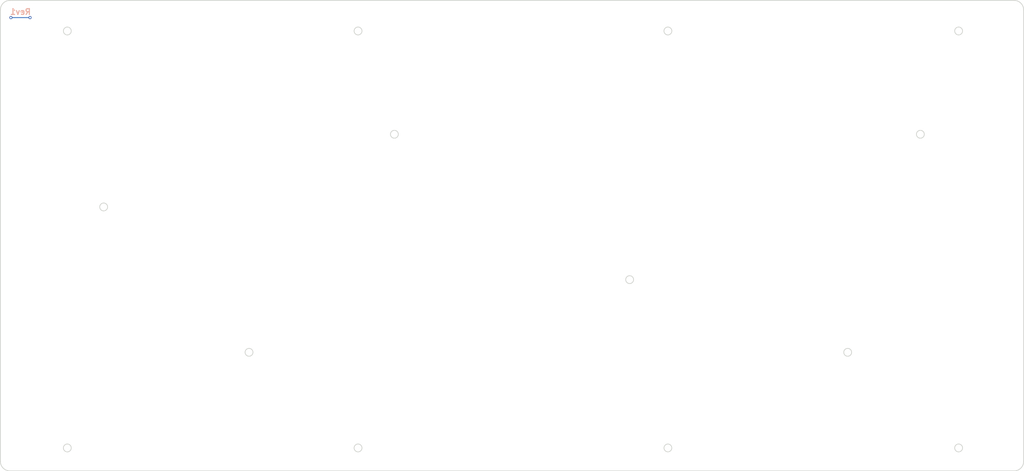
<source format=kicad_pcb>
(kicad_pcb (version 20171130) (host pcbnew 5.0.1)

  (general
    (thickness 1.6)
    (drawings 23)
    (tracks 3)
    (zones 0)
    (modules 63)
    (nets 1)
  )

  (page A3)
  (layers
    (0 F.Cu signal)
    (31 B.Cu signal)
    (32 B.Adhes user)
    (33 F.Adhes user)
    (34 B.Paste user)
    (35 F.Paste user)
    (36 B.SilkS user)
    (37 F.SilkS user)
    (38 B.Mask user)
    (39 F.Mask user)
    (40 Dwgs.User user)
    (41 Cmts.User user)
    (42 Eco1.User user)
    (43 Eco2.User user)
    (44 Edge.Cuts user)
    (45 Margin user)
    (46 B.CrtYd user)
    (47 F.CrtYd user)
    (48 B.Fab user)
    (49 F.Fab user)
  )

  (setup
    (last_trace_width 0.25)
    (trace_clearance 0.2)
    (zone_clearance 0.508)
    (zone_45_only no)
    (trace_min 0.2)
    (segment_width 0.2)
    (edge_width 0.2)
    (via_size 0.8)
    (via_drill 0.4)
    (via_min_size 0.4)
    (via_min_drill 0.3)
    (uvia_size 0.3)
    (uvia_drill 0.1)
    (uvias_allowed no)
    (uvia_min_size 0.2)
    (uvia_min_drill 0.1)
    (pcb_text_width 0.3)
    (pcb_text_size 1.5 1.5)
    (mod_edge_width 0.15)
    (mod_text_size 1 1)
    (mod_text_width 0.15)
    (pad_size 1.524 1.524)
    (pad_drill 0.762)
    (pad_to_mask_clearance 0.051)
    (solder_mask_min_width 0.25)
    (aux_axis_origin 0 0)
    (visible_elements FFFDF7FF)
    (pcbplotparams
      (layerselection 0x010fc_ffffffff)
      (usegerberextensions true)
      (usegerberattributes false)
      (usegerberadvancedattributes false)
      (creategerberjobfile false)
      (excludeedgelayer false)
      (linewidth 0.100000)
      (plotframeref false)
      (viasonmask false)
      (mode 1)
      (useauxorigin false)
      (hpglpennumber 1)
      (hpglpenspeed 20)
      (hpglpendiameter 15.000000)
      (psnegative false)
      (psa4output false)
      (plotreference true)
      (plotvalue true)
      (plotinvisibletext false)
      (padsonsilk false)
      (subtractmaskfromsilk false)
      (outputformat 1)
      (mirror false)
      (drillshape 0)
      (scaleselection 1)
      (outputdirectory "../Photos/Verification SVG/LaserCut/Gerber/"))
  )

  (net 0 "")

  (net_class Default "This is the default net class."
    (clearance 0.2)
    (trace_width 0.25)
    (via_dia 0.8)
    (via_drill 0.4)
    (uvia_dia 0.3)
    (uvia_drill 0.1)
  )

  (module keebio:MX-Alps_Switch_Cutout (layer F.Cu) (tedit 5971FE21) (tstamp 5C5A2C5C)
    (at 129.974 93.654 180)
    (path /5C40CB09)
    (fp_text reference SWA3 (at 0.25 10.05 180) (layer Eco2.User) hide
      (effects (font (size 1 1) (thickness 0.15)))
    )
    (fp_text value SW_PUSH (at 0 -15.24 180) (layer F.Fab) hide
      (effects (font (size 1 1) (thickness 0.15)))
    )
    (fp_line (start -9.5 -9.5) (end 9.5 -9.5) (layer Dwgs.User) (width 0.15))
    (fp_line (start -9.5 9.5) (end -9.5 -9.5) (layer Dwgs.User) (width 0.15))
    (fp_line (start 9.5 9.5) (end -9.5 9.5) (layer Dwgs.User) (width 0.15))
    (fp_line (start 9.5 -9.5) (end 9.5 9.5) (layer Dwgs.User) (width 0.15))
    (pad "" np_thru_hole oval (at 6.85 6.625 180) (size 0.3 1.05) (drill oval 0.3 1.05) (layers *.Cu *.Mask))
    (pad "" np_thru_hole oval (at 7.325 6.25 180) (size 1.25 0.3) (drill oval 1.25 0.3) (layers *.Cu *.Mask))
    (pad "" np_thru_hole oval (at 7.325 -6.25 180) (size 1.25 0.3) (drill oval 1.25 0.3) (layers *.Cu *.Mask))
    (pad "" np_thru_hole oval (at 6.85 -6.625 180) (size 0.3 1.05) (drill oval 0.3 1.05) (layers *.Cu *.Mask))
    (pad "" np_thru_hole oval (at -6.85 -6.625 180) (size 0.3 1.05) (drill oval 0.3 1.05) (layers *.Cu *.Mask))
    (pad "" np_thru_hole oval (at -7.325 -6.25 180) (size 1.25 0.3) (drill oval 1.25 0.3) (layers *.Cu *.Mask))
    (pad "" np_thru_hole oval (at -7.325 6.25 180) (size 1.25 0.3) (drill oval 1.25 0.3) (layers *.Cu *.Mask))
    (pad "" np_thru_hole oval (at -6.85 6.625 180) (size 0.3 1.05) (drill oval 0.3 1.05) (layers *.Cu *.Mask))
    (pad "" np_thru_hole oval (at 7.8 0 180) (size 0.3 12.8) (drill oval 0.3 12.8) (layers *.Cu *.Mask))
    (pad "" np_thru_hole oval (at -7.8 0 180) (size 0.3 12.8) (drill oval 0.3 12.8) (layers *.Cu *.Mask))
    (pad "" np_thru_hole oval (at 0 7 180) (size 14 0.3) (drill oval 14 0.3) (layers *.Cu *.Mask))
    (pad "" np_thru_hole oval (at 0 -7 180) (size 14 0.3) (drill oval 14 0.3) (layers *.Cu *.Mask))
  )

  (module keebio:MX-Alps_Switch_Cutout (layer F.Cu) (tedit 5971FE21) (tstamp 5C5A2C6F)
    (at 148.974 93.654 180)
    (path /5C40CC5A)
    (fp_text reference SWA4 (at 0.25 10.05 180) (layer Eco2.User) hide
      (effects (font (size 1 1) (thickness 0.15)))
    )
    (fp_text value SW_PUSH (at 0 -15.24 180) (layer F.Fab) hide
      (effects (font (size 1 1) (thickness 0.15)))
    )
    (fp_line (start 9.5 -9.5) (end 9.5 9.5) (layer Dwgs.User) (width 0.15))
    (fp_line (start 9.5 9.5) (end -9.5 9.5) (layer Dwgs.User) (width 0.15))
    (fp_line (start -9.5 9.5) (end -9.5 -9.5) (layer Dwgs.User) (width 0.15))
    (fp_line (start -9.5 -9.5) (end 9.5 -9.5) (layer Dwgs.User) (width 0.15))
    (pad "" np_thru_hole oval (at 0 -7 180) (size 14 0.3) (drill oval 14 0.3) (layers *.Cu *.Mask))
    (pad "" np_thru_hole oval (at 0 7 180) (size 14 0.3) (drill oval 14 0.3) (layers *.Cu *.Mask))
    (pad "" np_thru_hole oval (at -7.8 0 180) (size 0.3 12.8) (drill oval 0.3 12.8) (layers *.Cu *.Mask))
    (pad "" np_thru_hole oval (at 7.8 0 180) (size 0.3 12.8) (drill oval 0.3 12.8) (layers *.Cu *.Mask))
    (pad "" np_thru_hole oval (at -6.85 6.625 180) (size 0.3 1.05) (drill oval 0.3 1.05) (layers *.Cu *.Mask))
    (pad "" np_thru_hole oval (at -7.325 6.25 180) (size 1.25 0.3) (drill oval 1.25 0.3) (layers *.Cu *.Mask))
    (pad "" np_thru_hole oval (at -7.325 -6.25 180) (size 1.25 0.3) (drill oval 1.25 0.3) (layers *.Cu *.Mask))
    (pad "" np_thru_hole oval (at -6.85 -6.625 180) (size 0.3 1.05) (drill oval 0.3 1.05) (layers *.Cu *.Mask))
    (pad "" np_thru_hole oval (at 6.85 -6.625 180) (size 0.3 1.05) (drill oval 0.3 1.05) (layers *.Cu *.Mask))
    (pad "" np_thru_hole oval (at 7.325 -6.25 180) (size 1.25 0.3) (drill oval 1.25 0.3) (layers *.Cu *.Mask))
    (pad "" np_thru_hole oval (at 7.325 6.25 180) (size 1.25 0.3) (drill oval 1.25 0.3) (layers *.Cu *.Mask))
    (pad "" np_thru_hole oval (at 6.85 6.625 180) (size 0.3 1.05) (drill oval 0.3 1.05) (layers *.Cu *.Mask))
  )

  (module keebio:MX-Alps_Switch_Cutout (layer F.Cu) (tedit 5971FE21) (tstamp 5C5A2E24)
    (at 91.974 131.654 180)
    (path /5C40D335)
    (fp_text reference SWA27 (at 0.25 10.05 180) (layer Eco2.User) hide
      (effects (font (size 1 1) (thickness 0.15)))
    )
    (fp_text value SW_PUSH (at 0 -15.24 180) (layer F.Fab) hide
      (effects (font (size 1 1) (thickness 0.15)))
    )
    (fp_line (start 9.5 -9.5) (end 9.5 9.5) (layer Dwgs.User) (width 0.15))
    (fp_line (start 9.5 9.5) (end -9.5 9.5) (layer Dwgs.User) (width 0.15))
    (fp_line (start -9.5 9.5) (end -9.5 -9.5) (layer Dwgs.User) (width 0.15))
    (fp_line (start -9.5 -9.5) (end 9.5 -9.5) (layer Dwgs.User) (width 0.15))
    (pad "" np_thru_hole oval (at 0 -7 180) (size 14 0.3) (drill oval 14 0.3) (layers *.Cu *.Mask))
    (pad "" np_thru_hole oval (at 0 7 180) (size 14 0.3) (drill oval 14 0.3) (layers *.Cu *.Mask))
    (pad "" np_thru_hole oval (at -7.8 0 180) (size 0.3 12.8) (drill oval 0.3 12.8) (layers *.Cu *.Mask))
    (pad "" np_thru_hole oval (at 7.8 0 180) (size 0.3 12.8) (drill oval 0.3 12.8) (layers *.Cu *.Mask))
    (pad "" np_thru_hole oval (at -6.85 6.625 180) (size 0.3 1.05) (drill oval 0.3 1.05) (layers *.Cu *.Mask))
    (pad "" np_thru_hole oval (at -7.325 6.25 180) (size 1.25 0.3) (drill oval 1.25 0.3) (layers *.Cu *.Mask))
    (pad "" np_thru_hole oval (at -7.325 -6.25 180) (size 1.25 0.3) (drill oval 1.25 0.3) (layers *.Cu *.Mask))
    (pad "" np_thru_hole oval (at -6.85 -6.625 180) (size 0.3 1.05) (drill oval 0.3 1.05) (layers *.Cu *.Mask))
    (pad "" np_thru_hole oval (at 6.85 -6.625 180) (size 0.3 1.05) (drill oval 0.3 1.05) (layers *.Cu *.Mask))
    (pad "" np_thru_hole oval (at 7.325 -6.25 180) (size 1.25 0.3) (drill oval 1.25 0.3) (layers *.Cu *.Mask))
    (pad "" np_thru_hole oval (at 7.325 6.25 180) (size 1.25 0.3) (drill oval 1.25 0.3) (layers *.Cu *.Mask))
    (pad "" np_thru_hole oval (at 6.85 6.625 180) (size 0.3 1.05) (drill oval 0.3 1.05) (layers *.Cu *.Mask))
  )

  (module keebio:MX-Alps_Switch_Cutout (layer F.Cu) (tedit 5971FE21) (tstamp 5C5A2FEC)
    (at 305.5 150.65 180)
    (path /5C40E70C)
    (fp_text reference SWA51 (at 0.25 10.05 180) (layer Eco2.User) hide
      (effects (font (size 1 1) (thickness 0.15)))
    )
    (fp_text value SW_PUSH (at 0 -15.24 180) (layer F.Fab) hide
      (effects (font (size 1 1) (thickness 0.15)))
    )
    (fp_line (start -9.5 -9.5) (end 9.5 -9.5) (layer Dwgs.User) (width 0.15))
    (fp_line (start -9.5 9.5) (end -9.5 -9.5) (layer Dwgs.User) (width 0.15))
    (fp_line (start 9.5 9.5) (end -9.5 9.5) (layer Dwgs.User) (width 0.15))
    (fp_line (start 9.5 -9.5) (end 9.5 9.5) (layer Dwgs.User) (width 0.15))
    (pad "" np_thru_hole oval (at 6.85 6.625 180) (size 0.3 1.05) (drill oval 0.3 1.05) (layers *.Cu *.Mask))
    (pad "" np_thru_hole oval (at 7.325 6.25 180) (size 1.25 0.3) (drill oval 1.25 0.3) (layers *.Cu *.Mask))
    (pad "" np_thru_hole oval (at 7.325 -6.25 180) (size 1.25 0.3) (drill oval 1.25 0.3) (layers *.Cu *.Mask))
    (pad "" np_thru_hole oval (at 6.85 -6.625 180) (size 0.3 1.05) (drill oval 0.3 1.05) (layers *.Cu *.Mask))
    (pad "" np_thru_hole oval (at -6.85 -6.625 180) (size 0.3 1.05) (drill oval 0.3 1.05) (layers *.Cu *.Mask))
    (pad "" np_thru_hole oval (at -7.325 -6.25 180) (size 1.25 0.3) (drill oval 1.25 0.3) (layers *.Cu *.Mask))
    (pad "" np_thru_hole oval (at -7.325 6.25 180) (size 1.25 0.3) (drill oval 1.25 0.3) (layers *.Cu *.Mask))
    (pad "" np_thru_hole oval (at -6.85 6.625 180) (size 0.3 1.05) (drill oval 0.3 1.05) (layers *.Cu *.Mask))
    (pad "" np_thru_hole oval (at 7.8 0 180) (size 0.3 12.8) (drill oval 0.3 12.8) (layers *.Cu *.Mask))
    (pad "" np_thru_hole oval (at -7.8 0 180) (size 0.3 12.8) (drill oval 0.3 12.8) (layers *.Cu *.Mask))
    (pad "" np_thru_hole oval (at 0 7 180) (size 14 0.3) (drill oval 14 0.3) (layers *.Cu *.Mask))
    (pad "" np_thru_hole oval (at 0 -7 180) (size 14 0.3) (drill oval 14 0.3) (layers *.Cu *.Mask))
  )

  (module keebio:MX-Alps_Switch_Cutout (layer F.Cu) (tedit 5971FE21) (tstamp 5C5A2CCE)
    (at 248.5 93.65 180)
    (path /5C40E68A)
    (fp_text reference SWA9 (at 0.25 10.05 180) (layer Eco2.User) hide
      (effects (font (size 1 1) (thickness 0.15)))
    )
    (fp_text value SW_PUSH (at 0 -15.24 180) (layer F.Fab) hide
      (effects (font (size 1 1) (thickness 0.15)))
    )
    (fp_line (start 9.5 -9.5) (end 9.5 9.5) (layer Dwgs.User) (width 0.15))
    (fp_line (start 9.5 9.5) (end -9.5 9.5) (layer Dwgs.User) (width 0.15))
    (fp_line (start -9.5 9.5) (end -9.5 -9.5) (layer Dwgs.User) (width 0.15))
    (fp_line (start -9.5 -9.5) (end 9.5 -9.5) (layer Dwgs.User) (width 0.15))
    (pad "" np_thru_hole oval (at 0 -7 180) (size 14 0.3) (drill oval 14 0.3) (layers *.Cu *.Mask))
    (pad "" np_thru_hole oval (at 0 7 180) (size 14 0.3) (drill oval 14 0.3) (layers *.Cu *.Mask))
    (pad "" np_thru_hole oval (at -7.8 0 180) (size 0.3 12.8) (drill oval 0.3 12.8) (layers *.Cu *.Mask))
    (pad "" np_thru_hole oval (at 7.8 0 180) (size 0.3 12.8) (drill oval 0.3 12.8) (layers *.Cu *.Mask))
    (pad "" np_thru_hole oval (at -6.85 6.625 180) (size 0.3 1.05) (drill oval 0.3 1.05) (layers *.Cu *.Mask))
    (pad "" np_thru_hole oval (at -7.325 6.25 180) (size 1.25 0.3) (drill oval 1.25 0.3) (layers *.Cu *.Mask))
    (pad "" np_thru_hole oval (at -7.325 -6.25 180) (size 1.25 0.3) (drill oval 1.25 0.3) (layers *.Cu *.Mask))
    (pad "" np_thru_hole oval (at -6.85 -6.625 180) (size 0.3 1.05) (drill oval 0.3 1.05) (layers *.Cu *.Mask))
    (pad "" np_thru_hole oval (at 6.85 -6.625 180) (size 0.3 1.05) (drill oval 0.3 1.05) (layers *.Cu *.Mask))
    (pad "" np_thru_hole oval (at 7.325 -6.25 180) (size 1.25 0.3) (drill oval 1.25 0.3) (layers *.Cu *.Mask))
    (pad "" np_thru_hole oval (at 7.325 6.25 180) (size 1.25 0.3) (drill oval 1.25 0.3) (layers *.Cu *.Mask))
    (pad "" np_thru_hole oval (at 6.85 6.625 180) (size 0.3 1.05) (drill oval 0.3 1.05) (layers *.Cu *.Mask))
  )

  (module keebio:MX-Alps_Switch_Cutout (layer F.Cu) (tedit 5971FE21) (tstamp 5C5A2CE1)
    (at 267.5 93.65 180)
    (path /5C40E6AE)
    (fp_text reference SWA10 (at 0.25 10.05 180) (layer Eco2.User) hide
      (effects (font (size 1 1) (thickness 0.15)))
    )
    (fp_text value SW_PUSH (at 0 -15.24 180) (layer F.Fab) hide
      (effects (font (size 1 1) (thickness 0.15)))
    )
    (fp_line (start -9.5 -9.5) (end 9.5 -9.5) (layer Dwgs.User) (width 0.15))
    (fp_line (start -9.5 9.5) (end -9.5 -9.5) (layer Dwgs.User) (width 0.15))
    (fp_line (start 9.5 9.5) (end -9.5 9.5) (layer Dwgs.User) (width 0.15))
    (fp_line (start 9.5 -9.5) (end 9.5 9.5) (layer Dwgs.User) (width 0.15))
    (pad "" np_thru_hole oval (at 6.85 6.625 180) (size 0.3 1.05) (drill oval 0.3 1.05) (layers *.Cu *.Mask))
    (pad "" np_thru_hole oval (at 7.325 6.25 180) (size 1.25 0.3) (drill oval 1.25 0.3) (layers *.Cu *.Mask))
    (pad "" np_thru_hole oval (at 7.325 -6.25 180) (size 1.25 0.3) (drill oval 1.25 0.3) (layers *.Cu *.Mask))
    (pad "" np_thru_hole oval (at 6.85 -6.625 180) (size 0.3 1.05) (drill oval 0.3 1.05) (layers *.Cu *.Mask))
    (pad "" np_thru_hole oval (at -6.85 -6.625 180) (size 0.3 1.05) (drill oval 0.3 1.05) (layers *.Cu *.Mask))
    (pad "" np_thru_hole oval (at -7.325 -6.25 180) (size 1.25 0.3) (drill oval 1.25 0.3) (layers *.Cu *.Mask))
    (pad "" np_thru_hole oval (at -7.325 6.25 180) (size 1.25 0.3) (drill oval 1.25 0.3) (layers *.Cu *.Mask))
    (pad "" np_thru_hole oval (at -6.85 6.625 180) (size 0.3 1.05) (drill oval 0.3 1.05) (layers *.Cu *.Mask))
    (pad "" np_thru_hole oval (at 7.8 0 180) (size 0.3 12.8) (drill oval 0.3 12.8) (layers *.Cu *.Mask))
    (pad "" np_thru_hole oval (at -7.8 0 180) (size 0.3 12.8) (drill oval 0.3 12.8) (layers *.Cu *.Mask))
    (pad "" np_thru_hole oval (at 0 7 180) (size 14 0.3) (drill oval 14 0.3) (layers *.Cu *.Mask))
    (pad "" np_thru_hole oval (at 0 -7 180) (size 14 0.3) (drill oval 14 0.3) (layers *.Cu *.Mask))
  )

  (module keebio:MX-Alps_Switch_Cutout (layer F.Cu) (tedit 5971FE21) (tstamp 5C5A2CF4)
    (at 286.5 93.65 180)
    (path /5C40E6D2)
    (fp_text reference SWA11 (at 0.25 10.05 180) (layer Eco2.User) hide
      (effects (font (size 1 1) (thickness 0.15)))
    )
    (fp_text value SW_PUSH (at 0 -15.24 180) (layer F.Fab) hide
      (effects (font (size 1 1) (thickness 0.15)))
    )
    (fp_line (start -9.5 -9.5) (end 9.5 -9.5) (layer Dwgs.User) (width 0.15))
    (fp_line (start -9.5 9.5) (end -9.5 -9.5) (layer Dwgs.User) (width 0.15))
    (fp_line (start 9.5 9.5) (end -9.5 9.5) (layer Dwgs.User) (width 0.15))
    (fp_line (start 9.5 -9.5) (end 9.5 9.5) (layer Dwgs.User) (width 0.15))
    (pad "" np_thru_hole oval (at 6.85 6.625 180) (size 0.3 1.05) (drill oval 0.3 1.05) (layers *.Cu *.Mask))
    (pad "" np_thru_hole oval (at 7.325 6.25 180) (size 1.25 0.3) (drill oval 1.25 0.3) (layers *.Cu *.Mask))
    (pad "" np_thru_hole oval (at 7.325 -6.25 180) (size 1.25 0.3) (drill oval 1.25 0.3) (layers *.Cu *.Mask))
    (pad "" np_thru_hole oval (at 6.85 -6.625 180) (size 0.3 1.05) (drill oval 0.3 1.05) (layers *.Cu *.Mask))
    (pad "" np_thru_hole oval (at -6.85 -6.625 180) (size 0.3 1.05) (drill oval 0.3 1.05) (layers *.Cu *.Mask))
    (pad "" np_thru_hole oval (at -7.325 -6.25 180) (size 1.25 0.3) (drill oval 1.25 0.3) (layers *.Cu *.Mask))
    (pad "" np_thru_hole oval (at -7.325 6.25 180) (size 1.25 0.3) (drill oval 1.25 0.3) (layers *.Cu *.Mask))
    (pad "" np_thru_hole oval (at -6.85 6.625 180) (size 0.3 1.05) (drill oval 0.3 1.05) (layers *.Cu *.Mask))
    (pad "" np_thru_hole oval (at 7.8 0 180) (size 0.3 12.8) (drill oval 0.3 12.8) (layers *.Cu *.Mask))
    (pad "" np_thru_hole oval (at -7.8 0 180) (size 0.3 12.8) (drill oval 0.3 12.8) (layers *.Cu *.Mask))
    (pad "" np_thru_hole oval (at 0 7 180) (size 14 0.3) (drill oval 14 0.3) (layers *.Cu *.Mask))
    (pad "" np_thru_hole oval (at 0 -7 180) (size 14 0.3) (drill oval 14 0.3) (layers *.Cu *.Mask))
  )

  (module keebio:MX-Alps_Switch_Cutout (layer F.Cu) (tedit 5971FE21) (tstamp 5C5A2D07)
    (at 305.5 93.65 180)
    (path /5C40E6F6)
    (fp_text reference SWA12 (at 0.25 10.05 180) (layer Eco2.User) hide
      (effects (font (size 1 1) (thickness 0.15)))
    )
    (fp_text value SW_PUSH (at 0 -15.24 180) (layer F.Fab) hide
      (effects (font (size 1 1) (thickness 0.15)))
    )
    (fp_line (start 9.5 -9.5) (end 9.5 9.5) (layer Dwgs.User) (width 0.15))
    (fp_line (start 9.5 9.5) (end -9.5 9.5) (layer Dwgs.User) (width 0.15))
    (fp_line (start -9.5 9.5) (end -9.5 -9.5) (layer Dwgs.User) (width 0.15))
    (fp_line (start -9.5 -9.5) (end 9.5 -9.5) (layer Dwgs.User) (width 0.15))
    (pad "" np_thru_hole oval (at 0 -7 180) (size 14 0.3) (drill oval 14 0.3) (layers *.Cu *.Mask))
    (pad "" np_thru_hole oval (at 0 7 180) (size 14 0.3) (drill oval 14 0.3) (layers *.Cu *.Mask))
    (pad "" np_thru_hole oval (at -7.8 0 180) (size 0.3 12.8) (drill oval 0.3 12.8) (layers *.Cu *.Mask))
    (pad "" np_thru_hole oval (at 7.8 0 180) (size 0.3 12.8) (drill oval 0.3 12.8) (layers *.Cu *.Mask))
    (pad "" np_thru_hole oval (at -6.85 6.625 180) (size 0.3 1.05) (drill oval 0.3 1.05) (layers *.Cu *.Mask))
    (pad "" np_thru_hole oval (at -7.325 6.25 180) (size 1.25 0.3) (drill oval 1.25 0.3) (layers *.Cu *.Mask))
    (pad "" np_thru_hole oval (at -7.325 -6.25 180) (size 1.25 0.3) (drill oval 1.25 0.3) (layers *.Cu *.Mask))
    (pad "" np_thru_hole oval (at -6.85 -6.625 180) (size 0.3 1.05) (drill oval 0.3 1.05) (layers *.Cu *.Mask))
    (pad "" np_thru_hole oval (at 6.85 -6.625 180) (size 0.3 1.05) (drill oval 0.3 1.05) (layers *.Cu *.Mask))
    (pad "" np_thru_hole oval (at 7.325 -6.25 180) (size 1.25 0.3) (drill oval 1.25 0.3) (layers *.Cu *.Mask))
    (pad "" np_thru_hole oval (at 7.325 6.25 180) (size 1.25 0.3) (drill oval 1.25 0.3) (layers *.Cu *.Mask))
    (pad "" np_thru_hole oval (at 6.85 6.625 180) (size 0.3 1.05) (drill oval 0.3 1.05) (layers *.Cu *.Mask))
  )

  (module keebio:MX-Alps_Switch_Cutout (layer F.Cu) (tedit 5971FE21) (tstamp 5C5A2D1A)
    (at 324.5 93.65 180)
    (path /5C411E15)
    (fp_text reference SWA13 (at 0.25 10.05 180) (layer Eco2.User) hide
      (effects (font (size 1 1) (thickness 0.15)))
    )
    (fp_text value SW_PUSH (at 0 -15.24 180) (layer F.Fab) hide
      (effects (font (size 1 1) (thickness 0.15)))
    )
    (fp_line (start -9.5 -9.5) (end 9.5 -9.5) (layer Dwgs.User) (width 0.15))
    (fp_line (start -9.5 9.5) (end -9.5 -9.5) (layer Dwgs.User) (width 0.15))
    (fp_line (start 9.5 9.5) (end -9.5 9.5) (layer Dwgs.User) (width 0.15))
    (fp_line (start 9.5 -9.5) (end 9.5 9.5) (layer Dwgs.User) (width 0.15))
    (pad "" np_thru_hole oval (at 6.85 6.625 180) (size 0.3 1.05) (drill oval 0.3 1.05) (layers *.Cu *.Mask))
    (pad "" np_thru_hole oval (at 7.325 6.25 180) (size 1.25 0.3) (drill oval 1.25 0.3) (layers *.Cu *.Mask))
    (pad "" np_thru_hole oval (at 7.325 -6.25 180) (size 1.25 0.3) (drill oval 1.25 0.3) (layers *.Cu *.Mask))
    (pad "" np_thru_hole oval (at 6.85 -6.625 180) (size 0.3 1.05) (drill oval 0.3 1.05) (layers *.Cu *.Mask))
    (pad "" np_thru_hole oval (at -6.85 -6.625 180) (size 0.3 1.05) (drill oval 0.3 1.05) (layers *.Cu *.Mask))
    (pad "" np_thru_hole oval (at -7.325 -6.25 180) (size 1.25 0.3) (drill oval 1.25 0.3) (layers *.Cu *.Mask))
    (pad "" np_thru_hole oval (at -7.325 6.25 180) (size 1.25 0.3) (drill oval 1.25 0.3) (layers *.Cu *.Mask))
    (pad "" np_thru_hole oval (at -6.85 6.625 180) (size 0.3 1.05) (drill oval 0.3 1.05) (layers *.Cu *.Mask))
    (pad "" np_thru_hole oval (at 7.8 0 180) (size 0.3 12.8) (drill oval 0.3 12.8) (layers *.Cu *.Mask))
    (pad "" np_thru_hole oval (at -7.8 0 180) (size 0.3 12.8) (drill oval 0.3 12.8) (layers *.Cu *.Mask))
    (pad "" np_thru_hole oval (at 0 7 180) (size 14 0.3) (drill oval 14 0.3) (layers *.Cu *.Mask))
    (pad "" np_thru_hole oval (at 0 -7 180) (size 14 0.3) (drill oval 14 0.3) (layers *.Cu *.Mask))
  )

  (module keebio:MX-Alps_Switch_Cutout (layer F.Cu) (tedit 5971FE21) (tstamp 5C5A2D2D)
    (at 91.974 112.654 180)
    (path /5C40D32E)
    (fp_text reference SWA14 (at 0.25 10.05 180) (layer Eco2.User) hide
      (effects (font (size 1 1) (thickness 0.15)))
    )
    (fp_text value SW_PUSH (at 0 -15.24 180) (layer F.Fab) hide
      (effects (font (size 1 1) (thickness 0.15)))
    )
    (fp_line (start -9.5 -9.5) (end 9.5 -9.5) (layer Dwgs.User) (width 0.15))
    (fp_line (start -9.5 9.5) (end -9.5 -9.5) (layer Dwgs.User) (width 0.15))
    (fp_line (start 9.5 9.5) (end -9.5 9.5) (layer Dwgs.User) (width 0.15))
    (fp_line (start 9.5 -9.5) (end 9.5 9.5) (layer Dwgs.User) (width 0.15))
    (pad "" np_thru_hole oval (at 6.85 6.625 180) (size 0.3 1.05) (drill oval 0.3 1.05) (layers *.Cu *.Mask))
    (pad "" np_thru_hole oval (at 7.325 6.25 180) (size 1.25 0.3) (drill oval 1.25 0.3) (layers *.Cu *.Mask))
    (pad "" np_thru_hole oval (at 7.325 -6.25 180) (size 1.25 0.3) (drill oval 1.25 0.3) (layers *.Cu *.Mask))
    (pad "" np_thru_hole oval (at 6.85 -6.625 180) (size 0.3 1.05) (drill oval 0.3 1.05) (layers *.Cu *.Mask))
    (pad "" np_thru_hole oval (at -6.85 -6.625 180) (size 0.3 1.05) (drill oval 0.3 1.05) (layers *.Cu *.Mask))
    (pad "" np_thru_hole oval (at -7.325 -6.25 180) (size 1.25 0.3) (drill oval 1.25 0.3) (layers *.Cu *.Mask))
    (pad "" np_thru_hole oval (at -7.325 6.25 180) (size 1.25 0.3) (drill oval 1.25 0.3) (layers *.Cu *.Mask))
    (pad "" np_thru_hole oval (at -6.85 6.625 180) (size 0.3 1.05) (drill oval 0.3 1.05) (layers *.Cu *.Mask))
    (pad "" np_thru_hole oval (at 7.8 0 180) (size 0.3 12.8) (drill oval 0.3 12.8) (layers *.Cu *.Mask))
    (pad "" np_thru_hole oval (at -7.8 0 180) (size 0.3 12.8) (drill oval 0.3 12.8) (layers *.Cu *.Mask))
    (pad "" np_thru_hole oval (at 0 7 180) (size 14 0.3) (drill oval 14 0.3) (layers *.Cu *.Mask))
    (pad "" np_thru_hole oval (at 0 -7 180) (size 14 0.3) (drill oval 14 0.3) (layers *.Cu *.Mask))
  )

  (module keebio:MX-Alps_Switch_Cutout (layer F.Cu) (tedit 5971FE21) (tstamp 5C5A2D40)
    (at 110.974 112.654 180)
    (path /5C40C42D)
    (fp_text reference SWA15 (at 0.25 10.05 180) (layer Eco2.User) hide
      (effects (font (size 1 1) (thickness 0.15)))
    )
    (fp_text value SW_PUSH (at 0 -15.24 180) (layer F.Fab) hide
      (effects (font (size 1 1) (thickness 0.15)))
    )
    (fp_line (start -9.5 -9.5) (end 9.5 -9.5) (layer Dwgs.User) (width 0.15))
    (fp_line (start -9.5 9.5) (end -9.5 -9.5) (layer Dwgs.User) (width 0.15))
    (fp_line (start 9.5 9.5) (end -9.5 9.5) (layer Dwgs.User) (width 0.15))
    (fp_line (start 9.5 -9.5) (end 9.5 9.5) (layer Dwgs.User) (width 0.15))
    (pad "" np_thru_hole oval (at 6.85 6.625 180) (size 0.3 1.05) (drill oval 0.3 1.05) (layers *.Cu *.Mask))
    (pad "" np_thru_hole oval (at 7.325 6.25 180) (size 1.25 0.3) (drill oval 1.25 0.3) (layers *.Cu *.Mask))
    (pad "" np_thru_hole oval (at 7.325 -6.25 180) (size 1.25 0.3) (drill oval 1.25 0.3) (layers *.Cu *.Mask))
    (pad "" np_thru_hole oval (at 6.85 -6.625 180) (size 0.3 1.05) (drill oval 0.3 1.05) (layers *.Cu *.Mask))
    (pad "" np_thru_hole oval (at -6.85 -6.625 180) (size 0.3 1.05) (drill oval 0.3 1.05) (layers *.Cu *.Mask))
    (pad "" np_thru_hole oval (at -7.325 -6.25 180) (size 1.25 0.3) (drill oval 1.25 0.3) (layers *.Cu *.Mask))
    (pad "" np_thru_hole oval (at -7.325 6.25 180) (size 1.25 0.3) (drill oval 1.25 0.3) (layers *.Cu *.Mask))
    (pad "" np_thru_hole oval (at -6.85 6.625 180) (size 0.3 1.05) (drill oval 0.3 1.05) (layers *.Cu *.Mask))
    (pad "" np_thru_hole oval (at 7.8 0 180) (size 0.3 12.8) (drill oval 0.3 12.8) (layers *.Cu *.Mask))
    (pad "" np_thru_hole oval (at -7.8 0 180) (size 0.3 12.8) (drill oval 0.3 12.8) (layers *.Cu *.Mask))
    (pad "" np_thru_hole oval (at 0 7 180) (size 14 0.3) (drill oval 14 0.3) (layers *.Cu *.Mask))
    (pad "" np_thru_hole oval (at 0 -7 180) (size 14 0.3) (drill oval 14 0.3) (layers *.Cu *.Mask))
  )

  (module keebio:MX-Alps_Switch_Cutout (layer F.Cu) (tedit 5971FE21) (tstamp 5C5A2D53)
    (at 129.974 112.654 180)
    (path /5C40CB11)
    (fp_text reference SWA16 (at 0.25 10.05 180) (layer Eco2.User) hide
      (effects (font (size 1 1) (thickness 0.15)))
    )
    (fp_text value SW_PUSH (at 0 -15.24 180) (layer F.Fab) hide
      (effects (font (size 1 1) (thickness 0.15)))
    )
    (fp_line (start 9.5 -9.5) (end 9.5 9.5) (layer Dwgs.User) (width 0.15))
    (fp_line (start 9.5 9.5) (end -9.5 9.5) (layer Dwgs.User) (width 0.15))
    (fp_line (start -9.5 9.5) (end -9.5 -9.5) (layer Dwgs.User) (width 0.15))
    (fp_line (start -9.5 -9.5) (end 9.5 -9.5) (layer Dwgs.User) (width 0.15))
    (pad "" np_thru_hole oval (at 0 -7 180) (size 14 0.3) (drill oval 14 0.3) (layers *.Cu *.Mask))
    (pad "" np_thru_hole oval (at 0 7 180) (size 14 0.3) (drill oval 14 0.3) (layers *.Cu *.Mask))
    (pad "" np_thru_hole oval (at -7.8 0 180) (size 0.3 12.8) (drill oval 0.3 12.8) (layers *.Cu *.Mask))
    (pad "" np_thru_hole oval (at 7.8 0 180) (size 0.3 12.8) (drill oval 0.3 12.8) (layers *.Cu *.Mask))
    (pad "" np_thru_hole oval (at -6.85 6.625 180) (size 0.3 1.05) (drill oval 0.3 1.05) (layers *.Cu *.Mask))
    (pad "" np_thru_hole oval (at -7.325 6.25 180) (size 1.25 0.3) (drill oval 1.25 0.3) (layers *.Cu *.Mask))
    (pad "" np_thru_hole oval (at -7.325 -6.25 180) (size 1.25 0.3) (drill oval 1.25 0.3) (layers *.Cu *.Mask))
    (pad "" np_thru_hole oval (at -6.85 -6.625 180) (size 0.3 1.05) (drill oval 0.3 1.05) (layers *.Cu *.Mask))
    (pad "" np_thru_hole oval (at 6.85 -6.625 180) (size 0.3 1.05) (drill oval 0.3 1.05) (layers *.Cu *.Mask))
    (pad "" np_thru_hole oval (at 7.325 -6.25 180) (size 1.25 0.3) (drill oval 1.25 0.3) (layers *.Cu *.Mask))
    (pad "" np_thru_hole oval (at 7.325 6.25 180) (size 1.25 0.3) (drill oval 1.25 0.3) (layers *.Cu *.Mask))
    (pad "" np_thru_hole oval (at 6.85 6.625 180) (size 0.3 1.05) (drill oval 0.3 1.05) (layers *.Cu *.Mask))
  )

  (module keebio:MX-Alps_Switch_Cutout (layer F.Cu) (tedit 5971FE21) (tstamp 5C5A2D66)
    (at 148.974 112.654 180)
    (path /5C40CC62)
    (fp_text reference SWA17 (at 0.25 10.05 180) (layer Eco2.User) hide
      (effects (font (size 1 1) (thickness 0.15)))
    )
    (fp_text value SW_PUSH (at 0 -15.24 180) (layer F.Fab) hide
      (effects (font (size 1 1) (thickness 0.15)))
    )
    (fp_line (start -9.5 -9.5) (end 9.5 -9.5) (layer Dwgs.User) (width 0.15))
    (fp_line (start -9.5 9.5) (end -9.5 -9.5) (layer Dwgs.User) (width 0.15))
    (fp_line (start 9.5 9.5) (end -9.5 9.5) (layer Dwgs.User) (width 0.15))
    (fp_line (start 9.5 -9.5) (end 9.5 9.5) (layer Dwgs.User) (width 0.15))
    (pad "" np_thru_hole oval (at 6.85 6.625 180) (size 0.3 1.05) (drill oval 0.3 1.05) (layers *.Cu *.Mask))
    (pad "" np_thru_hole oval (at 7.325 6.25 180) (size 1.25 0.3) (drill oval 1.25 0.3) (layers *.Cu *.Mask))
    (pad "" np_thru_hole oval (at 7.325 -6.25 180) (size 1.25 0.3) (drill oval 1.25 0.3) (layers *.Cu *.Mask))
    (pad "" np_thru_hole oval (at 6.85 -6.625 180) (size 0.3 1.05) (drill oval 0.3 1.05) (layers *.Cu *.Mask))
    (pad "" np_thru_hole oval (at -6.85 -6.625 180) (size 0.3 1.05) (drill oval 0.3 1.05) (layers *.Cu *.Mask))
    (pad "" np_thru_hole oval (at -7.325 -6.25 180) (size 1.25 0.3) (drill oval 1.25 0.3) (layers *.Cu *.Mask))
    (pad "" np_thru_hole oval (at -7.325 6.25 180) (size 1.25 0.3) (drill oval 1.25 0.3) (layers *.Cu *.Mask))
    (pad "" np_thru_hole oval (at -6.85 6.625 180) (size 0.3 1.05) (drill oval 0.3 1.05) (layers *.Cu *.Mask))
    (pad "" np_thru_hole oval (at 7.8 0 180) (size 0.3 12.8) (drill oval 0.3 12.8) (layers *.Cu *.Mask))
    (pad "" np_thru_hole oval (at -7.8 0 180) (size 0.3 12.8) (drill oval 0.3 12.8) (layers *.Cu *.Mask))
    (pad "" np_thru_hole oval (at 0 7 180) (size 14 0.3) (drill oval 14 0.3) (layers *.Cu *.Mask))
    (pad "" np_thru_hole oval (at 0 -7 180) (size 14 0.3) (drill oval 14 0.3) (layers *.Cu *.Mask))
  )

  (module keebio:MX-Alps_Switch_Cutout (layer F.Cu) (tedit 5971FE21) (tstamp 5C5A2D79)
    (at 167.974 112.654 180)
    (path /5C40CDBA)
    (fp_text reference SWA18 (at 0.25 10.05 180) (layer Eco2.User) hide
      (effects (font (size 1 1) (thickness 0.15)))
    )
    (fp_text value SW_PUSH (at 0 -15.24 180) (layer F.Fab) hide
      (effects (font (size 1 1) (thickness 0.15)))
    )
    (fp_line (start -9.5 -9.5) (end 9.5 -9.5) (layer Dwgs.User) (width 0.15))
    (fp_line (start -9.5 9.5) (end -9.5 -9.5) (layer Dwgs.User) (width 0.15))
    (fp_line (start 9.5 9.5) (end -9.5 9.5) (layer Dwgs.User) (width 0.15))
    (fp_line (start 9.5 -9.5) (end 9.5 9.5) (layer Dwgs.User) (width 0.15))
    (pad "" np_thru_hole oval (at 6.85 6.625 180) (size 0.3 1.05) (drill oval 0.3 1.05) (layers *.Cu *.Mask))
    (pad "" np_thru_hole oval (at 7.325 6.25 180) (size 1.25 0.3) (drill oval 1.25 0.3) (layers *.Cu *.Mask))
    (pad "" np_thru_hole oval (at 7.325 -6.25 180) (size 1.25 0.3) (drill oval 1.25 0.3) (layers *.Cu *.Mask))
    (pad "" np_thru_hole oval (at 6.85 -6.625 180) (size 0.3 1.05) (drill oval 0.3 1.05) (layers *.Cu *.Mask))
    (pad "" np_thru_hole oval (at -6.85 -6.625 180) (size 0.3 1.05) (drill oval 0.3 1.05) (layers *.Cu *.Mask))
    (pad "" np_thru_hole oval (at -7.325 -6.25 180) (size 1.25 0.3) (drill oval 1.25 0.3) (layers *.Cu *.Mask))
    (pad "" np_thru_hole oval (at -7.325 6.25 180) (size 1.25 0.3) (drill oval 1.25 0.3) (layers *.Cu *.Mask))
    (pad "" np_thru_hole oval (at -6.85 6.625 180) (size 0.3 1.05) (drill oval 0.3 1.05) (layers *.Cu *.Mask))
    (pad "" np_thru_hole oval (at 7.8 0 180) (size 0.3 12.8) (drill oval 0.3 12.8) (layers *.Cu *.Mask))
    (pad "" np_thru_hole oval (at -7.8 0 180) (size 0.3 12.8) (drill oval 0.3 12.8) (layers *.Cu *.Mask))
    (pad "" np_thru_hole oval (at 0 7 180) (size 14 0.3) (drill oval 14 0.3) (layers *.Cu *.Mask))
    (pad "" np_thru_hole oval (at 0 -7 180) (size 14 0.3) (drill oval 14 0.3) (layers *.Cu *.Mask))
  )

  (module keebio:MX-Alps_Switch_Cutout (layer F.Cu) (tedit 5971FE21) (tstamp 5C5A2FFF)
    (at 324.5 150.65 180)
    (path /5C411E2B)
    (fp_text reference SWA52 (at 0.25 10.05 180) (layer Eco2.User) hide
      (effects (font (size 1 1) (thickness 0.15)))
    )
    (fp_text value SW_PUSH (at 0 -15.24 180) (layer F.Fab) hide
      (effects (font (size 1 1) (thickness 0.15)))
    )
    (fp_line (start 9.5 -9.5) (end 9.5 9.5) (layer Dwgs.User) (width 0.15))
    (fp_line (start 9.5 9.5) (end -9.5 9.5) (layer Dwgs.User) (width 0.15))
    (fp_line (start -9.5 9.5) (end -9.5 -9.5) (layer Dwgs.User) (width 0.15))
    (fp_line (start -9.5 -9.5) (end 9.5 -9.5) (layer Dwgs.User) (width 0.15))
    (pad "" np_thru_hole oval (at 0 -7 180) (size 14 0.3) (drill oval 14 0.3) (layers *.Cu *.Mask))
    (pad "" np_thru_hole oval (at 0 7 180) (size 14 0.3) (drill oval 14 0.3) (layers *.Cu *.Mask))
    (pad "" np_thru_hole oval (at -7.8 0 180) (size 0.3 12.8) (drill oval 0.3 12.8) (layers *.Cu *.Mask))
    (pad "" np_thru_hole oval (at 7.8 0 180) (size 0.3 12.8) (drill oval 0.3 12.8) (layers *.Cu *.Mask))
    (pad "" np_thru_hole oval (at -6.85 6.625 180) (size 0.3 1.05) (drill oval 0.3 1.05) (layers *.Cu *.Mask))
    (pad "" np_thru_hole oval (at -7.325 6.25 180) (size 1.25 0.3) (drill oval 1.25 0.3) (layers *.Cu *.Mask))
    (pad "" np_thru_hole oval (at -7.325 -6.25 180) (size 1.25 0.3) (drill oval 1.25 0.3) (layers *.Cu *.Mask))
    (pad "" np_thru_hole oval (at -6.85 -6.625 180) (size 0.3 1.05) (drill oval 0.3 1.05) (layers *.Cu *.Mask))
    (pad "" np_thru_hole oval (at 6.85 -6.625 180) (size 0.3 1.05) (drill oval 0.3 1.05) (layers *.Cu *.Mask))
    (pad "" np_thru_hole oval (at 7.325 -6.25 180) (size 1.25 0.3) (drill oval 1.25 0.3) (layers *.Cu *.Mask))
    (pad "" np_thru_hole oval (at 7.325 6.25 180) (size 1.25 0.3) (drill oval 1.25 0.3) (layers *.Cu *.Mask))
    (pad "" np_thru_hole oval (at 6.85 6.625 180) (size 0.3 1.05) (drill oval 0.3 1.05) (layers *.Cu *.Mask))
  )

  (module keebio:MX-Alps_Switch_Cutout (layer F.Cu) (tedit 5971FE21) (tstamp 5C5A304B)
    (at 148.974 169.654 180)
    (path /5C40CC77)
    (fp_text reference SWA56 (at 0.25 10.05 180) (layer Eco2.User) hide
      (effects (font (size 1 1) (thickness 0.15)))
    )
    (fp_text value SW_PUSH (at 0 -15.24 180) (layer F.Fab) hide
      (effects (font (size 1 1) (thickness 0.15)))
    )
    (fp_line (start 9.5 -9.5) (end 9.5 9.5) (layer Dwgs.User) (width 0.15))
    (fp_line (start 9.5 9.5) (end -9.5 9.5) (layer Dwgs.User) (width 0.15))
    (fp_line (start -9.5 9.5) (end -9.5 -9.5) (layer Dwgs.User) (width 0.15))
    (fp_line (start -9.5 -9.5) (end 9.5 -9.5) (layer Dwgs.User) (width 0.15))
    (pad "" np_thru_hole oval (at 0 -7 180) (size 14 0.3) (drill oval 14 0.3) (layers *.Cu *.Mask))
    (pad "" np_thru_hole oval (at 0 7 180) (size 14 0.3) (drill oval 14 0.3) (layers *.Cu *.Mask))
    (pad "" np_thru_hole oval (at -7.8 0 180) (size 0.3 12.8) (drill oval 0.3 12.8) (layers *.Cu *.Mask))
    (pad "" np_thru_hole oval (at 7.8 0 180) (size 0.3 12.8) (drill oval 0.3 12.8) (layers *.Cu *.Mask))
    (pad "" np_thru_hole oval (at -6.85 6.625 180) (size 0.3 1.05) (drill oval 0.3 1.05) (layers *.Cu *.Mask))
    (pad "" np_thru_hole oval (at -7.325 6.25 180) (size 1.25 0.3) (drill oval 1.25 0.3) (layers *.Cu *.Mask))
    (pad "" np_thru_hole oval (at -7.325 -6.25 180) (size 1.25 0.3) (drill oval 1.25 0.3) (layers *.Cu *.Mask))
    (pad "" np_thru_hole oval (at -6.85 -6.625 180) (size 0.3 1.05) (drill oval 0.3 1.05) (layers *.Cu *.Mask))
    (pad "" np_thru_hole oval (at 6.85 -6.625 180) (size 0.3 1.05) (drill oval 0.3 1.05) (layers *.Cu *.Mask))
    (pad "" np_thru_hole oval (at 7.325 -6.25 180) (size 1.25 0.3) (drill oval 1.25 0.3) (layers *.Cu *.Mask))
    (pad "" np_thru_hole oval (at 7.325 6.25 180) (size 1.25 0.3) (drill oval 1.25 0.3) (layers *.Cu *.Mask))
    (pad "" np_thru_hole oval (at 6.85 6.625 180) (size 0.3 1.05) (drill oval 0.3 1.05) (layers *.Cu *.Mask))
  )

  (module keebio:MX-Alps_Switch_Cutout (layer F.Cu) (tedit 5971FE21) (tstamp 5C5A3012)
    (at 91.974 169.654 180)
    (path /5C40D343)
    (fp_text reference SWA53 (at 0.25 10.05 180) (layer Eco2.User) hide
      (effects (font (size 1 1) (thickness 0.15)))
    )
    (fp_text value SW_PUSH (at 0 -15.24 180) (layer F.Fab) hide
      (effects (font (size 1 1) (thickness 0.15)))
    )
    (fp_line (start 9.5 -9.5) (end 9.5 9.5) (layer Dwgs.User) (width 0.15))
    (fp_line (start 9.5 9.5) (end -9.5 9.5) (layer Dwgs.User) (width 0.15))
    (fp_line (start -9.5 9.5) (end -9.5 -9.5) (layer Dwgs.User) (width 0.15))
    (fp_line (start -9.5 -9.5) (end 9.5 -9.5) (layer Dwgs.User) (width 0.15))
    (pad "" np_thru_hole oval (at 0 -7 180) (size 14 0.3) (drill oval 14 0.3) (layers *.Cu *.Mask))
    (pad "" np_thru_hole oval (at 0 7 180) (size 14 0.3) (drill oval 14 0.3) (layers *.Cu *.Mask))
    (pad "" np_thru_hole oval (at -7.8 0 180) (size 0.3 12.8) (drill oval 0.3 12.8) (layers *.Cu *.Mask))
    (pad "" np_thru_hole oval (at 7.8 0 180) (size 0.3 12.8) (drill oval 0.3 12.8) (layers *.Cu *.Mask))
    (pad "" np_thru_hole oval (at -6.85 6.625 180) (size 0.3 1.05) (drill oval 0.3 1.05) (layers *.Cu *.Mask))
    (pad "" np_thru_hole oval (at -7.325 6.25 180) (size 1.25 0.3) (drill oval 1.25 0.3) (layers *.Cu *.Mask))
    (pad "" np_thru_hole oval (at -7.325 -6.25 180) (size 1.25 0.3) (drill oval 1.25 0.3) (layers *.Cu *.Mask))
    (pad "" np_thru_hole oval (at -6.85 -6.625 180) (size 0.3 1.05) (drill oval 0.3 1.05) (layers *.Cu *.Mask))
    (pad "" np_thru_hole oval (at 6.85 -6.625 180) (size 0.3 1.05) (drill oval 0.3 1.05) (layers *.Cu *.Mask))
    (pad "" np_thru_hole oval (at 7.325 -6.25 180) (size 1.25 0.3) (drill oval 1.25 0.3) (layers *.Cu *.Mask))
    (pad "" np_thru_hole oval (at 7.325 6.25 180) (size 1.25 0.3) (drill oval 1.25 0.3) (layers *.Cu *.Mask))
    (pad "" np_thru_hole oval (at 6.85 6.625 180) (size 0.3 1.05) (drill oval 0.3 1.05) (layers *.Cu *.Mask))
  )

  (module keebio:MX-Alps_Switch_Cutout (layer F.Cu) (tedit 5971FE21) (tstamp 5C5A2D8C)
    (at 186.974 112.654 180)
    (path /5C40CF11)
    (fp_text reference SWA19 (at 0.25 10.05 180) (layer Eco2.User) hide
      (effects (font (size 1 1) (thickness 0.15)))
    )
    (fp_text value SW_PUSH (at 0 -15.24 180) (layer F.Fab) hide
      (effects (font (size 1 1) (thickness 0.15)))
    )
    (fp_line (start -9.5 -9.5) (end 9.5 -9.5) (layer Dwgs.User) (width 0.15))
    (fp_line (start -9.5 9.5) (end -9.5 -9.5) (layer Dwgs.User) (width 0.15))
    (fp_line (start 9.5 9.5) (end -9.5 9.5) (layer Dwgs.User) (width 0.15))
    (fp_line (start 9.5 -9.5) (end 9.5 9.5) (layer Dwgs.User) (width 0.15))
    (pad "" np_thru_hole oval (at 6.85 6.625 180) (size 0.3 1.05) (drill oval 0.3 1.05) (layers *.Cu *.Mask))
    (pad "" np_thru_hole oval (at 7.325 6.25 180) (size 1.25 0.3) (drill oval 1.25 0.3) (layers *.Cu *.Mask))
    (pad "" np_thru_hole oval (at 7.325 -6.25 180) (size 1.25 0.3) (drill oval 1.25 0.3) (layers *.Cu *.Mask))
    (pad "" np_thru_hole oval (at 6.85 -6.625 180) (size 0.3 1.05) (drill oval 0.3 1.05) (layers *.Cu *.Mask))
    (pad "" np_thru_hole oval (at -6.85 -6.625 180) (size 0.3 1.05) (drill oval 0.3 1.05) (layers *.Cu *.Mask))
    (pad "" np_thru_hole oval (at -7.325 -6.25 180) (size 1.25 0.3) (drill oval 1.25 0.3) (layers *.Cu *.Mask))
    (pad "" np_thru_hole oval (at -7.325 6.25 180) (size 1.25 0.3) (drill oval 1.25 0.3) (layers *.Cu *.Mask))
    (pad "" np_thru_hole oval (at -6.85 6.625 180) (size 0.3 1.05) (drill oval 0.3 1.05) (layers *.Cu *.Mask))
    (pad "" np_thru_hole oval (at 7.8 0 180) (size 0.3 12.8) (drill oval 0.3 12.8) (layers *.Cu *.Mask))
    (pad "" np_thru_hole oval (at -7.8 0 180) (size 0.3 12.8) (drill oval 0.3 12.8) (layers *.Cu *.Mask))
    (pad "" np_thru_hole oval (at 0 7 180) (size 14 0.3) (drill oval 14 0.3) (layers *.Cu *.Mask))
    (pad "" np_thru_hole oval (at 0 -7 180) (size 14 0.3) (drill oval 14 0.3) (layers *.Cu *.Mask))
  )

  (module keebio:MX-Alps_Switch_Cutout (layer F.Cu) (tedit 5971FE21) (tstamp 5C5A2D9F)
    (at 210.5 112.65 180)
    (path /5C40E722)
    (fp_text reference SWA20 (at 0.25 10.05 180) (layer Eco2.User) hide
      (effects (font (size 1 1) (thickness 0.15)))
    )
    (fp_text value SW_PUSH (at 0 -15.24 180) (layer F.Fab) hide
      (effects (font (size 1 1) (thickness 0.15)))
    )
    (fp_line (start 9.5 -9.5) (end 9.5 9.5) (layer Dwgs.User) (width 0.15))
    (fp_line (start 9.5 9.5) (end -9.5 9.5) (layer Dwgs.User) (width 0.15))
    (fp_line (start -9.5 9.5) (end -9.5 -9.5) (layer Dwgs.User) (width 0.15))
    (fp_line (start -9.5 -9.5) (end 9.5 -9.5) (layer Dwgs.User) (width 0.15))
    (pad "" np_thru_hole oval (at 0 -7 180) (size 14 0.3) (drill oval 14 0.3) (layers *.Cu *.Mask))
    (pad "" np_thru_hole oval (at 0 7 180) (size 14 0.3) (drill oval 14 0.3) (layers *.Cu *.Mask))
    (pad "" np_thru_hole oval (at -7.8 0 180) (size 0.3 12.8) (drill oval 0.3 12.8) (layers *.Cu *.Mask))
    (pad "" np_thru_hole oval (at 7.8 0 180) (size 0.3 12.8) (drill oval 0.3 12.8) (layers *.Cu *.Mask))
    (pad "" np_thru_hole oval (at -6.85 6.625 180) (size 0.3 1.05) (drill oval 0.3 1.05) (layers *.Cu *.Mask))
    (pad "" np_thru_hole oval (at -7.325 6.25 180) (size 1.25 0.3) (drill oval 1.25 0.3) (layers *.Cu *.Mask))
    (pad "" np_thru_hole oval (at -7.325 -6.25 180) (size 1.25 0.3) (drill oval 1.25 0.3) (layers *.Cu *.Mask))
    (pad "" np_thru_hole oval (at -6.85 -6.625 180) (size 0.3 1.05) (drill oval 0.3 1.05) (layers *.Cu *.Mask))
    (pad "" np_thru_hole oval (at 6.85 -6.625 180) (size 0.3 1.05) (drill oval 0.3 1.05) (layers *.Cu *.Mask))
    (pad "" np_thru_hole oval (at 7.325 -6.25 180) (size 1.25 0.3) (drill oval 1.25 0.3) (layers *.Cu *.Mask))
    (pad "" np_thru_hole oval (at 7.325 6.25 180) (size 1.25 0.3) (drill oval 1.25 0.3) (layers *.Cu *.Mask))
    (pad "" np_thru_hole oval (at 6.85 6.625 180) (size 0.3 1.05) (drill oval 0.3 1.05) (layers *.Cu *.Mask))
  )

  (module keebio:MX-Alps_Switch_Cutout (layer F.Cu) (tedit 5971FE21) (tstamp 5C5A2DB2)
    (at 229.5 112.65 180)
    (path /5C40E66E)
    (fp_text reference SWA21 (at 0.25 10.05 180) (layer Eco2.User) hide
      (effects (font (size 1 1) (thickness 0.15)))
    )
    (fp_text value SW_PUSH (at 0 -15.24 180) (layer F.Fab) hide
      (effects (font (size 1 1) (thickness 0.15)))
    )
    (fp_line (start 9.5 -9.5) (end 9.5 9.5) (layer Dwgs.User) (width 0.15))
    (fp_line (start 9.5 9.5) (end -9.5 9.5) (layer Dwgs.User) (width 0.15))
    (fp_line (start -9.5 9.5) (end -9.5 -9.5) (layer Dwgs.User) (width 0.15))
    (fp_line (start -9.5 -9.5) (end 9.5 -9.5) (layer Dwgs.User) (width 0.15))
    (pad "" np_thru_hole oval (at 0 -7 180) (size 14 0.3) (drill oval 14 0.3) (layers *.Cu *.Mask))
    (pad "" np_thru_hole oval (at 0 7 180) (size 14 0.3) (drill oval 14 0.3) (layers *.Cu *.Mask))
    (pad "" np_thru_hole oval (at -7.8 0 180) (size 0.3 12.8) (drill oval 0.3 12.8) (layers *.Cu *.Mask))
    (pad "" np_thru_hole oval (at 7.8 0 180) (size 0.3 12.8) (drill oval 0.3 12.8) (layers *.Cu *.Mask))
    (pad "" np_thru_hole oval (at -6.85 6.625 180) (size 0.3 1.05) (drill oval 0.3 1.05) (layers *.Cu *.Mask))
    (pad "" np_thru_hole oval (at -7.325 6.25 180) (size 1.25 0.3) (drill oval 1.25 0.3) (layers *.Cu *.Mask))
    (pad "" np_thru_hole oval (at -7.325 -6.25 180) (size 1.25 0.3) (drill oval 1.25 0.3) (layers *.Cu *.Mask))
    (pad "" np_thru_hole oval (at -6.85 -6.625 180) (size 0.3 1.05) (drill oval 0.3 1.05) (layers *.Cu *.Mask))
    (pad "" np_thru_hole oval (at 6.85 -6.625 180) (size 0.3 1.05) (drill oval 0.3 1.05) (layers *.Cu *.Mask))
    (pad "" np_thru_hole oval (at 7.325 -6.25 180) (size 1.25 0.3) (drill oval 1.25 0.3) (layers *.Cu *.Mask))
    (pad "" np_thru_hole oval (at 7.325 6.25 180) (size 1.25 0.3) (drill oval 1.25 0.3) (layers *.Cu *.Mask))
    (pad "" np_thru_hole oval (at 6.85 6.625 180) (size 0.3 1.05) (drill oval 0.3 1.05) (layers *.Cu *.Mask))
  )

  (module keebio:MX-Alps_Switch_Cutout (layer F.Cu) (tedit 5971FE21) (tstamp 5C5A2DC5)
    (at 248.5 112.65 180)
    (path /5C40E692)
    (fp_text reference SWA22 (at 0.25 10.05 180) (layer Eco2.User) hide
      (effects (font (size 1 1) (thickness 0.15)))
    )
    (fp_text value SW_PUSH (at 0 -15.24 180) (layer F.Fab) hide
      (effects (font (size 1 1) (thickness 0.15)))
    )
    (fp_line (start -9.5 -9.5) (end 9.5 -9.5) (layer Dwgs.User) (width 0.15))
    (fp_line (start -9.5 9.5) (end -9.5 -9.5) (layer Dwgs.User) (width 0.15))
    (fp_line (start 9.5 9.5) (end -9.5 9.5) (layer Dwgs.User) (width 0.15))
    (fp_line (start 9.5 -9.5) (end 9.5 9.5) (layer Dwgs.User) (width 0.15))
    (pad "" np_thru_hole oval (at 6.85 6.625 180) (size 0.3 1.05) (drill oval 0.3 1.05) (layers *.Cu *.Mask))
    (pad "" np_thru_hole oval (at 7.325 6.25 180) (size 1.25 0.3) (drill oval 1.25 0.3) (layers *.Cu *.Mask))
    (pad "" np_thru_hole oval (at 7.325 -6.25 180) (size 1.25 0.3) (drill oval 1.25 0.3) (layers *.Cu *.Mask))
    (pad "" np_thru_hole oval (at 6.85 -6.625 180) (size 0.3 1.05) (drill oval 0.3 1.05) (layers *.Cu *.Mask))
    (pad "" np_thru_hole oval (at -6.85 -6.625 180) (size 0.3 1.05) (drill oval 0.3 1.05) (layers *.Cu *.Mask))
    (pad "" np_thru_hole oval (at -7.325 -6.25 180) (size 1.25 0.3) (drill oval 1.25 0.3) (layers *.Cu *.Mask))
    (pad "" np_thru_hole oval (at -7.325 6.25 180) (size 1.25 0.3) (drill oval 1.25 0.3) (layers *.Cu *.Mask))
    (pad "" np_thru_hole oval (at -6.85 6.625 180) (size 0.3 1.05) (drill oval 0.3 1.05) (layers *.Cu *.Mask))
    (pad "" np_thru_hole oval (at 7.8 0 180) (size 0.3 12.8) (drill oval 0.3 12.8) (layers *.Cu *.Mask))
    (pad "" np_thru_hole oval (at -7.8 0 180) (size 0.3 12.8) (drill oval 0.3 12.8) (layers *.Cu *.Mask))
    (pad "" np_thru_hole oval (at 0 7 180) (size 14 0.3) (drill oval 14 0.3) (layers *.Cu *.Mask))
    (pad "" np_thru_hole oval (at 0 -7 180) (size 14 0.3) (drill oval 14 0.3) (layers *.Cu *.Mask))
  )

  (module keebio:MX-Alps_Switch_Cutout (layer F.Cu) (tedit 5971FE21) (tstamp 5C5A2DD8)
    (at 267.5 112.65 180)
    (path /5C40E6B6)
    (fp_text reference SWA23 (at 0.25 10.05 180) (layer Eco2.User) hide
      (effects (font (size 1 1) (thickness 0.15)))
    )
    (fp_text value SW_PUSH (at 0 -15.24 180) (layer F.Fab) hide
      (effects (font (size 1 1) (thickness 0.15)))
    )
    (fp_line (start -9.5 -9.5) (end 9.5 -9.5) (layer Dwgs.User) (width 0.15))
    (fp_line (start -9.5 9.5) (end -9.5 -9.5) (layer Dwgs.User) (width 0.15))
    (fp_line (start 9.5 9.5) (end -9.5 9.5) (layer Dwgs.User) (width 0.15))
    (fp_line (start 9.5 -9.5) (end 9.5 9.5) (layer Dwgs.User) (width 0.15))
    (pad "" np_thru_hole oval (at 6.85 6.625 180) (size 0.3 1.05) (drill oval 0.3 1.05) (layers *.Cu *.Mask))
    (pad "" np_thru_hole oval (at 7.325 6.25 180) (size 1.25 0.3) (drill oval 1.25 0.3) (layers *.Cu *.Mask))
    (pad "" np_thru_hole oval (at 7.325 -6.25 180) (size 1.25 0.3) (drill oval 1.25 0.3) (layers *.Cu *.Mask))
    (pad "" np_thru_hole oval (at 6.85 -6.625 180) (size 0.3 1.05) (drill oval 0.3 1.05) (layers *.Cu *.Mask))
    (pad "" np_thru_hole oval (at -6.85 -6.625 180) (size 0.3 1.05) (drill oval 0.3 1.05) (layers *.Cu *.Mask))
    (pad "" np_thru_hole oval (at -7.325 -6.25 180) (size 1.25 0.3) (drill oval 1.25 0.3) (layers *.Cu *.Mask))
    (pad "" np_thru_hole oval (at -7.325 6.25 180) (size 1.25 0.3) (drill oval 1.25 0.3) (layers *.Cu *.Mask))
    (pad "" np_thru_hole oval (at -6.85 6.625 180) (size 0.3 1.05) (drill oval 0.3 1.05) (layers *.Cu *.Mask))
    (pad "" np_thru_hole oval (at 7.8 0 180) (size 0.3 12.8) (drill oval 0.3 12.8) (layers *.Cu *.Mask))
    (pad "" np_thru_hole oval (at -7.8 0 180) (size 0.3 12.8) (drill oval 0.3 12.8) (layers *.Cu *.Mask))
    (pad "" np_thru_hole oval (at 0 7 180) (size 14 0.3) (drill oval 14 0.3) (layers *.Cu *.Mask))
    (pad "" np_thru_hole oval (at 0 -7 180) (size 14 0.3) (drill oval 14 0.3) (layers *.Cu *.Mask))
  )

  (module keebio:MX-Alps_Switch_Cutout (layer F.Cu) (tedit 5971FE21) (tstamp 5C5A2DEB)
    (at 286.5 112.65 180)
    (path /5C40E6DA)
    (fp_text reference SWA24 (at 0.25 10.05 180) (layer Eco2.User) hide
      (effects (font (size 1 1) (thickness 0.15)))
    )
    (fp_text value SW_PUSH (at 0 -15.24 180) (layer F.Fab) hide
      (effects (font (size 1 1) (thickness 0.15)))
    )
    (fp_line (start -9.5 -9.5) (end 9.5 -9.5) (layer Dwgs.User) (width 0.15))
    (fp_line (start -9.5 9.5) (end -9.5 -9.5) (layer Dwgs.User) (width 0.15))
    (fp_line (start 9.5 9.5) (end -9.5 9.5) (layer Dwgs.User) (width 0.15))
    (fp_line (start 9.5 -9.5) (end 9.5 9.5) (layer Dwgs.User) (width 0.15))
    (pad "" np_thru_hole oval (at 6.85 6.625 180) (size 0.3 1.05) (drill oval 0.3 1.05) (layers *.Cu *.Mask))
    (pad "" np_thru_hole oval (at 7.325 6.25 180) (size 1.25 0.3) (drill oval 1.25 0.3) (layers *.Cu *.Mask))
    (pad "" np_thru_hole oval (at 7.325 -6.25 180) (size 1.25 0.3) (drill oval 1.25 0.3) (layers *.Cu *.Mask))
    (pad "" np_thru_hole oval (at 6.85 -6.625 180) (size 0.3 1.05) (drill oval 0.3 1.05) (layers *.Cu *.Mask))
    (pad "" np_thru_hole oval (at -6.85 -6.625 180) (size 0.3 1.05) (drill oval 0.3 1.05) (layers *.Cu *.Mask))
    (pad "" np_thru_hole oval (at -7.325 -6.25 180) (size 1.25 0.3) (drill oval 1.25 0.3) (layers *.Cu *.Mask))
    (pad "" np_thru_hole oval (at -7.325 6.25 180) (size 1.25 0.3) (drill oval 1.25 0.3) (layers *.Cu *.Mask))
    (pad "" np_thru_hole oval (at -6.85 6.625 180) (size 0.3 1.05) (drill oval 0.3 1.05) (layers *.Cu *.Mask))
    (pad "" np_thru_hole oval (at 7.8 0 180) (size 0.3 12.8) (drill oval 0.3 12.8) (layers *.Cu *.Mask))
    (pad "" np_thru_hole oval (at -7.8 0 180) (size 0.3 12.8) (drill oval 0.3 12.8) (layers *.Cu *.Mask))
    (pad "" np_thru_hole oval (at 0 7 180) (size 14 0.3) (drill oval 14 0.3) (layers *.Cu *.Mask))
    (pad "" np_thru_hole oval (at 0 -7 180) (size 14 0.3) (drill oval 14 0.3) (layers *.Cu *.Mask))
  )

  (module keebio:MX-Alps_Switch_Cutout (layer F.Cu) (tedit 5971FE21) (tstamp 5C5A2DFE)
    (at 305.5 112.65 180)
    (path /5C40E6FE)
    (fp_text reference SWA25 (at 0.25 10.05 180) (layer Eco2.User) hide
      (effects (font (size 1 1) (thickness 0.15)))
    )
    (fp_text value SW_PUSH (at 0 -15.24 180) (layer F.Fab) hide
      (effects (font (size 1 1) (thickness 0.15)))
    )
    (fp_line (start -9.5 -9.5) (end 9.5 -9.5) (layer Dwgs.User) (width 0.15))
    (fp_line (start -9.5 9.5) (end -9.5 -9.5) (layer Dwgs.User) (width 0.15))
    (fp_line (start 9.5 9.5) (end -9.5 9.5) (layer Dwgs.User) (width 0.15))
    (fp_line (start 9.5 -9.5) (end 9.5 9.5) (layer Dwgs.User) (width 0.15))
    (pad "" np_thru_hole oval (at 6.85 6.625 180) (size 0.3 1.05) (drill oval 0.3 1.05) (layers *.Cu *.Mask))
    (pad "" np_thru_hole oval (at 7.325 6.25 180) (size 1.25 0.3) (drill oval 1.25 0.3) (layers *.Cu *.Mask))
    (pad "" np_thru_hole oval (at 7.325 -6.25 180) (size 1.25 0.3) (drill oval 1.25 0.3) (layers *.Cu *.Mask))
    (pad "" np_thru_hole oval (at 6.85 -6.625 180) (size 0.3 1.05) (drill oval 0.3 1.05) (layers *.Cu *.Mask))
    (pad "" np_thru_hole oval (at -6.85 -6.625 180) (size 0.3 1.05) (drill oval 0.3 1.05) (layers *.Cu *.Mask))
    (pad "" np_thru_hole oval (at -7.325 -6.25 180) (size 1.25 0.3) (drill oval 1.25 0.3) (layers *.Cu *.Mask))
    (pad "" np_thru_hole oval (at -7.325 6.25 180) (size 1.25 0.3) (drill oval 1.25 0.3) (layers *.Cu *.Mask))
    (pad "" np_thru_hole oval (at -6.85 6.625 180) (size 0.3 1.05) (drill oval 0.3 1.05) (layers *.Cu *.Mask))
    (pad "" np_thru_hole oval (at 7.8 0 180) (size 0.3 12.8) (drill oval 0.3 12.8) (layers *.Cu *.Mask))
    (pad "" np_thru_hole oval (at -7.8 0 180) (size 0.3 12.8) (drill oval 0.3 12.8) (layers *.Cu *.Mask))
    (pad "" np_thru_hole oval (at 0 7 180) (size 14 0.3) (drill oval 14 0.3) (layers *.Cu *.Mask))
    (pad "" np_thru_hole oval (at 0 -7 180) (size 14 0.3) (drill oval 14 0.3) (layers *.Cu *.Mask))
  )

  (module keebio:MX-Alps_Switch_Cutout (layer F.Cu) (tedit 5971FE21) (tstamp 5C5A2E37)
    (at 110.974 131.654 180)
    (path /5C40C45D)
    (fp_text reference SWA28 (at 0.25 10.05 180) (layer Eco2.User) hide
      (effects (font (size 1 1) (thickness 0.15)))
    )
    (fp_text value SW_PUSH (at 0 -15.24 180) (layer F.Fab) hide
      (effects (font (size 1 1) (thickness 0.15)))
    )
    (fp_line (start 9.5 -9.5) (end 9.5 9.5) (layer Dwgs.User) (width 0.15))
    (fp_line (start 9.5 9.5) (end -9.5 9.5) (layer Dwgs.User) (width 0.15))
    (fp_line (start -9.5 9.5) (end -9.5 -9.5) (layer Dwgs.User) (width 0.15))
    (fp_line (start -9.5 -9.5) (end 9.5 -9.5) (layer Dwgs.User) (width 0.15))
    (pad "" np_thru_hole oval (at 0 -7 180) (size 14 0.3) (drill oval 14 0.3) (layers *.Cu *.Mask))
    (pad "" np_thru_hole oval (at 0 7 180) (size 14 0.3) (drill oval 14 0.3) (layers *.Cu *.Mask))
    (pad "" np_thru_hole oval (at -7.8 0 180) (size 0.3 12.8) (drill oval 0.3 12.8) (layers *.Cu *.Mask))
    (pad "" np_thru_hole oval (at 7.8 0 180) (size 0.3 12.8) (drill oval 0.3 12.8) (layers *.Cu *.Mask))
    (pad "" np_thru_hole oval (at -6.85 6.625 180) (size 0.3 1.05) (drill oval 0.3 1.05) (layers *.Cu *.Mask))
    (pad "" np_thru_hole oval (at -7.325 6.25 180) (size 1.25 0.3) (drill oval 1.25 0.3) (layers *.Cu *.Mask))
    (pad "" np_thru_hole oval (at -7.325 -6.25 180) (size 1.25 0.3) (drill oval 1.25 0.3) (layers *.Cu *.Mask))
    (pad "" np_thru_hole oval (at -6.85 -6.625 180) (size 0.3 1.05) (drill oval 0.3 1.05) (layers *.Cu *.Mask))
    (pad "" np_thru_hole oval (at 6.85 -6.625 180) (size 0.3 1.05) (drill oval 0.3 1.05) (layers *.Cu *.Mask))
    (pad "" np_thru_hole oval (at 7.325 -6.25 180) (size 1.25 0.3) (drill oval 1.25 0.3) (layers *.Cu *.Mask))
    (pad "" np_thru_hole oval (at 7.325 6.25 180) (size 1.25 0.3) (drill oval 1.25 0.3) (layers *.Cu *.Mask))
    (pad "" np_thru_hole oval (at 6.85 6.625 180) (size 0.3 1.05) (drill oval 0.3 1.05) (layers *.Cu *.Mask))
  )

  (module keebio:MX-Alps_Switch_Cutout (layer F.Cu) (tedit 5971FE21) (tstamp 5C5A2E4A)
    (at 129.974 131.654 180)
    (path /5C40CB18)
    (fp_text reference SWA29 (at 0.25 10.05 180) (layer Eco2.User) hide
      (effects (font (size 1 1) (thickness 0.15)))
    )
    (fp_text value SW_PUSH (at 0 -15.24 180) (layer F.Fab) hide
      (effects (font (size 1 1) (thickness 0.15)))
    )
    (fp_line (start -9.5 -9.5) (end 9.5 -9.5) (layer Dwgs.User) (width 0.15))
    (fp_line (start -9.5 9.5) (end -9.5 -9.5) (layer Dwgs.User) (width 0.15))
    (fp_line (start 9.5 9.5) (end -9.5 9.5) (layer Dwgs.User) (width 0.15))
    (fp_line (start 9.5 -9.5) (end 9.5 9.5) (layer Dwgs.User) (width 0.15))
    (pad "" np_thru_hole oval (at 6.85 6.625 180) (size 0.3 1.05) (drill oval 0.3 1.05) (layers *.Cu *.Mask))
    (pad "" np_thru_hole oval (at 7.325 6.25 180) (size 1.25 0.3) (drill oval 1.25 0.3) (layers *.Cu *.Mask))
    (pad "" np_thru_hole oval (at 7.325 -6.25 180) (size 1.25 0.3) (drill oval 1.25 0.3) (layers *.Cu *.Mask))
    (pad "" np_thru_hole oval (at 6.85 -6.625 180) (size 0.3 1.05) (drill oval 0.3 1.05) (layers *.Cu *.Mask))
    (pad "" np_thru_hole oval (at -6.85 -6.625 180) (size 0.3 1.05) (drill oval 0.3 1.05) (layers *.Cu *.Mask))
    (pad "" np_thru_hole oval (at -7.325 -6.25 180) (size 1.25 0.3) (drill oval 1.25 0.3) (layers *.Cu *.Mask))
    (pad "" np_thru_hole oval (at -7.325 6.25 180) (size 1.25 0.3) (drill oval 1.25 0.3) (layers *.Cu *.Mask))
    (pad "" np_thru_hole oval (at -6.85 6.625 180) (size 0.3 1.05) (drill oval 0.3 1.05) (layers *.Cu *.Mask))
    (pad "" np_thru_hole oval (at 7.8 0 180) (size 0.3 12.8) (drill oval 0.3 12.8) (layers *.Cu *.Mask))
    (pad "" np_thru_hole oval (at -7.8 0 180) (size 0.3 12.8) (drill oval 0.3 12.8) (layers *.Cu *.Mask))
    (pad "" np_thru_hole oval (at 0 7 180) (size 14 0.3) (drill oval 14 0.3) (layers *.Cu *.Mask))
    (pad "" np_thru_hole oval (at 0 -7 180) (size 14 0.3) (drill oval 14 0.3) (layers *.Cu *.Mask))
  )

  (module keebio:MX-Alps_Switch_Cutout (layer F.Cu) (tedit 5971FE21) (tstamp 5C5A2E5D)
    (at 148.974 131.654 180)
    (path /5C40CC69)
    (fp_text reference SWA30 (at 0.25 10.05 180) (layer Eco2.User) hide
      (effects (font (size 1 1) (thickness 0.15)))
    )
    (fp_text value SW_PUSH (at 0 -15.24 180) (layer F.Fab) hide
      (effects (font (size 1 1) (thickness 0.15)))
    )
    (fp_line (start 9.5 -9.5) (end 9.5 9.5) (layer Dwgs.User) (width 0.15))
    (fp_line (start 9.5 9.5) (end -9.5 9.5) (layer Dwgs.User) (width 0.15))
    (fp_line (start -9.5 9.5) (end -9.5 -9.5) (layer Dwgs.User) (width 0.15))
    (fp_line (start -9.5 -9.5) (end 9.5 -9.5) (layer Dwgs.User) (width 0.15))
    (pad "" np_thru_hole oval (at 0 -7 180) (size 14 0.3) (drill oval 14 0.3) (layers *.Cu *.Mask))
    (pad "" np_thru_hole oval (at 0 7 180) (size 14 0.3) (drill oval 14 0.3) (layers *.Cu *.Mask))
    (pad "" np_thru_hole oval (at -7.8 0 180) (size 0.3 12.8) (drill oval 0.3 12.8) (layers *.Cu *.Mask))
    (pad "" np_thru_hole oval (at 7.8 0 180) (size 0.3 12.8) (drill oval 0.3 12.8) (layers *.Cu *.Mask))
    (pad "" np_thru_hole oval (at -6.85 6.625 180) (size 0.3 1.05) (drill oval 0.3 1.05) (layers *.Cu *.Mask))
    (pad "" np_thru_hole oval (at -7.325 6.25 180) (size 1.25 0.3) (drill oval 1.25 0.3) (layers *.Cu *.Mask))
    (pad "" np_thru_hole oval (at -7.325 -6.25 180) (size 1.25 0.3) (drill oval 1.25 0.3) (layers *.Cu *.Mask))
    (pad "" np_thru_hole oval (at -6.85 -6.625 180) (size 0.3 1.05) (drill oval 0.3 1.05) (layers *.Cu *.Mask))
    (pad "" np_thru_hole oval (at 6.85 -6.625 180) (size 0.3 1.05) (drill oval 0.3 1.05) (layers *.Cu *.Mask))
    (pad "" np_thru_hole oval (at 7.325 -6.25 180) (size 1.25 0.3) (drill oval 1.25 0.3) (layers *.Cu *.Mask))
    (pad "" np_thru_hole oval (at 7.325 6.25 180) (size 1.25 0.3) (drill oval 1.25 0.3) (layers *.Cu *.Mask))
    (pad "" np_thru_hole oval (at 6.85 6.625 180) (size 0.3 1.05) (drill oval 0.3 1.05) (layers *.Cu *.Mask))
  )

  (module keebio:MX-Alps_Switch_Cutout (layer F.Cu) (tedit 5971FE21) (tstamp 5C5A2E70)
    (at 167.974 131.654 180)
    (path /5C40CDC1)
    (fp_text reference SWA31 (at 0.25 10.05 180) (layer Eco2.User) hide
      (effects (font (size 1 1) (thickness 0.15)))
    )
    (fp_text value SW_PUSH (at 0 -15.24 180) (layer F.Fab) hide
      (effects (font (size 1 1) (thickness 0.15)))
    )
    (fp_line (start 9.5 -9.5) (end 9.5 9.5) (layer Dwgs.User) (width 0.15))
    (fp_line (start 9.5 9.5) (end -9.5 9.5) (layer Dwgs.User) (width 0.15))
    (fp_line (start -9.5 9.5) (end -9.5 -9.5) (layer Dwgs.User) (width 0.15))
    (fp_line (start -9.5 -9.5) (end 9.5 -9.5) (layer Dwgs.User) (width 0.15))
    (pad "" np_thru_hole oval (at 0 -7 180) (size 14 0.3) (drill oval 14 0.3) (layers *.Cu *.Mask))
    (pad "" np_thru_hole oval (at 0 7 180) (size 14 0.3) (drill oval 14 0.3) (layers *.Cu *.Mask))
    (pad "" np_thru_hole oval (at -7.8 0 180) (size 0.3 12.8) (drill oval 0.3 12.8) (layers *.Cu *.Mask))
    (pad "" np_thru_hole oval (at 7.8 0 180) (size 0.3 12.8) (drill oval 0.3 12.8) (layers *.Cu *.Mask))
    (pad "" np_thru_hole oval (at -6.85 6.625 180) (size 0.3 1.05) (drill oval 0.3 1.05) (layers *.Cu *.Mask))
    (pad "" np_thru_hole oval (at -7.325 6.25 180) (size 1.25 0.3) (drill oval 1.25 0.3) (layers *.Cu *.Mask))
    (pad "" np_thru_hole oval (at -7.325 -6.25 180) (size 1.25 0.3) (drill oval 1.25 0.3) (layers *.Cu *.Mask))
    (pad "" np_thru_hole oval (at -6.85 -6.625 180) (size 0.3 1.05) (drill oval 0.3 1.05) (layers *.Cu *.Mask))
    (pad "" np_thru_hole oval (at 6.85 -6.625 180) (size 0.3 1.05) (drill oval 0.3 1.05) (layers *.Cu *.Mask))
    (pad "" np_thru_hole oval (at 7.325 -6.25 180) (size 1.25 0.3) (drill oval 1.25 0.3) (layers *.Cu *.Mask))
    (pad "" np_thru_hole oval (at 7.325 6.25 180) (size 1.25 0.3) (drill oval 1.25 0.3) (layers *.Cu *.Mask))
    (pad "" np_thru_hole oval (at 6.85 6.625 180) (size 0.3 1.05) (drill oval 0.3 1.05) (layers *.Cu *.Mask))
  )

  (module keebio:MX-Alps_Switch_Cutout (layer F.Cu) (tedit 5971FE21) (tstamp 5C5A2E83)
    (at 186.974 131.654 180)
    (path /5C40CF18)
    (fp_text reference SWA32 (at 0.25 10.05 180) (layer Eco2.User) hide
      (effects (font (size 1 1) (thickness 0.15)))
    )
    (fp_text value SW_PUSH (at 0 -15.24 180) (layer F.Fab) hide
      (effects (font (size 1 1) (thickness 0.15)))
    )
    (fp_line (start 9.5 -9.5) (end 9.5 9.5) (layer Dwgs.User) (width 0.15))
    (fp_line (start 9.5 9.5) (end -9.5 9.5) (layer Dwgs.User) (width 0.15))
    (fp_line (start -9.5 9.5) (end -9.5 -9.5) (layer Dwgs.User) (width 0.15))
    (fp_line (start -9.5 -9.5) (end 9.5 -9.5) (layer Dwgs.User) (width 0.15))
    (pad "" np_thru_hole oval (at 0 -7 180) (size 14 0.3) (drill oval 14 0.3) (layers *.Cu *.Mask))
    (pad "" np_thru_hole oval (at 0 7 180) (size 14 0.3) (drill oval 14 0.3) (layers *.Cu *.Mask))
    (pad "" np_thru_hole oval (at -7.8 0 180) (size 0.3 12.8) (drill oval 0.3 12.8) (layers *.Cu *.Mask))
    (pad "" np_thru_hole oval (at 7.8 0 180) (size 0.3 12.8) (drill oval 0.3 12.8) (layers *.Cu *.Mask))
    (pad "" np_thru_hole oval (at -6.85 6.625 180) (size 0.3 1.05) (drill oval 0.3 1.05) (layers *.Cu *.Mask))
    (pad "" np_thru_hole oval (at -7.325 6.25 180) (size 1.25 0.3) (drill oval 1.25 0.3) (layers *.Cu *.Mask))
    (pad "" np_thru_hole oval (at -7.325 -6.25 180) (size 1.25 0.3) (drill oval 1.25 0.3) (layers *.Cu *.Mask))
    (pad "" np_thru_hole oval (at -6.85 -6.625 180) (size 0.3 1.05) (drill oval 0.3 1.05) (layers *.Cu *.Mask))
    (pad "" np_thru_hole oval (at 6.85 -6.625 180) (size 0.3 1.05) (drill oval 0.3 1.05) (layers *.Cu *.Mask))
    (pad "" np_thru_hole oval (at 7.325 -6.25 180) (size 1.25 0.3) (drill oval 1.25 0.3) (layers *.Cu *.Mask))
    (pad "" np_thru_hole oval (at 7.325 6.25 180) (size 1.25 0.3) (drill oval 1.25 0.3) (layers *.Cu *.Mask))
    (pad "" np_thru_hole oval (at 6.85 6.625 180) (size 0.3 1.05) (drill oval 0.3 1.05) (layers *.Cu *.Mask))
  )

  (module keebio:MX-Alps_Switch_Cutout (layer F.Cu) (tedit 5971FE21) (tstamp 5C5A2E96)
    (at 210.5 131.65 180)
    (path /5C40E729)
    (fp_text reference SWA33 (at 0.25 10.05 180) (layer Eco2.User) hide
      (effects (font (size 1 1) (thickness 0.15)))
    )
    (fp_text value SW_PUSH (at 0 -15.24 180) (layer F.Fab) hide
      (effects (font (size 1 1) (thickness 0.15)))
    )
    (fp_line (start -9.5 -9.5) (end 9.5 -9.5) (layer Dwgs.User) (width 0.15))
    (fp_line (start -9.5 9.5) (end -9.5 -9.5) (layer Dwgs.User) (width 0.15))
    (fp_line (start 9.5 9.5) (end -9.5 9.5) (layer Dwgs.User) (width 0.15))
    (fp_line (start 9.5 -9.5) (end 9.5 9.5) (layer Dwgs.User) (width 0.15))
    (pad "" np_thru_hole oval (at 6.85 6.625 180) (size 0.3 1.05) (drill oval 0.3 1.05) (layers *.Cu *.Mask))
    (pad "" np_thru_hole oval (at 7.325 6.25 180) (size 1.25 0.3) (drill oval 1.25 0.3) (layers *.Cu *.Mask))
    (pad "" np_thru_hole oval (at 7.325 -6.25 180) (size 1.25 0.3) (drill oval 1.25 0.3) (layers *.Cu *.Mask))
    (pad "" np_thru_hole oval (at 6.85 -6.625 180) (size 0.3 1.05) (drill oval 0.3 1.05) (layers *.Cu *.Mask))
    (pad "" np_thru_hole oval (at -6.85 -6.625 180) (size 0.3 1.05) (drill oval 0.3 1.05) (layers *.Cu *.Mask))
    (pad "" np_thru_hole oval (at -7.325 -6.25 180) (size 1.25 0.3) (drill oval 1.25 0.3) (layers *.Cu *.Mask))
    (pad "" np_thru_hole oval (at -7.325 6.25 180) (size 1.25 0.3) (drill oval 1.25 0.3) (layers *.Cu *.Mask))
    (pad "" np_thru_hole oval (at -6.85 6.625 180) (size 0.3 1.05) (drill oval 0.3 1.05) (layers *.Cu *.Mask))
    (pad "" np_thru_hole oval (at 7.8 0 180) (size 0.3 12.8) (drill oval 0.3 12.8) (layers *.Cu *.Mask))
    (pad "" np_thru_hole oval (at -7.8 0 180) (size 0.3 12.8) (drill oval 0.3 12.8) (layers *.Cu *.Mask))
    (pad "" np_thru_hole oval (at 0 7 180) (size 14 0.3) (drill oval 14 0.3) (layers *.Cu *.Mask))
    (pad "" np_thru_hole oval (at 0 -7 180) (size 14 0.3) (drill oval 14 0.3) (layers *.Cu *.Mask))
  )

  (module keebio:MX-Alps_Switch_Cutout (layer F.Cu) (tedit 5971FE21) (tstamp 5C5A2EA9)
    (at 229.5 131.65 180)
    (path /5C40E675)
    (fp_text reference SWA34 (at 0.25 10.05 180) (layer Eco2.User) hide
      (effects (font (size 1 1) (thickness 0.15)))
    )
    (fp_text value SW_PUSH (at 0 -15.24 180) (layer F.Fab) hide
      (effects (font (size 1 1) (thickness 0.15)))
    )
    (fp_line (start -9.5 -9.5) (end 9.5 -9.5) (layer Dwgs.User) (width 0.15))
    (fp_line (start -9.5 9.5) (end -9.5 -9.5) (layer Dwgs.User) (width 0.15))
    (fp_line (start 9.5 9.5) (end -9.5 9.5) (layer Dwgs.User) (width 0.15))
    (fp_line (start 9.5 -9.5) (end 9.5 9.5) (layer Dwgs.User) (width 0.15))
    (pad "" np_thru_hole oval (at 6.85 6.625 180) (size 0.3 1.05) (drill oval 0.3 1.05) (layers *.Cu *.Mask))
    (pad "" np_thru_hole oval (at 7.325 6.25 180) (size 1.25 0.3) (drill oval 1.25 0.3) (layers *.Cu *.Mask))
    (pad "" np_thru_hole oval (at 7.325 -6.25 180) (size 1.25 0.3) (drill oval 1.25 0.3) (layers *.Cu *.Mask))
    (pad "" np_thru_hole oval (at 6.85 -6.625 180) (size 0.3 1.05) (drill oval 0.3 1.05) (layers *.Cu *.Mask))
    (pad "" np_thru_hole oval (at -6.85 -6.625 180) (size 0.3 1.05) (drill oval 0.3 1.05) (layers *.Cu *.Mask))
    (pad "" np_thru_hole oval (at -7.325 -6.25 180) (size 1.25 0.3) (drill oval 1.25 0.3) (layers *.Cu *.Mask))
    (pad "" np_thru_hole oval (at -7.325 6.25 180) (size 1.25 0.3) (drill oval 1.25 0.3) (layers *.Cu *.Mask))
    (pad "" np_thru_hole oval (at -6.85 6.625 180) (size 0.3 1.05) (drill oval 0.3 1.05) (layers *.Cu *.Mask))
    (pad "" np_thru_hole oval (at 7.8 0 180) (size 0.3 12.8) (drill oval 0.3 12.8) (layers *.Cu *.Mask))
    (pad "" np_thru_hole oval (at -7.8 0 180) (size 0.3 12.8) (drill oval 0.3 12.8) (layers *.Cu *.Mask))
    (pad "" np_thru_hole oval (at 0 7 180) (size 14 0.3) (drill oval 14 0.3) (layers *.Cu *.Mask))
    (pad "" np_thru_hole oval (at 0 -7 180) (size 14 0.3) (drill oval 14 0.3) (layers *.Cu *.Mask))
  )

  (module keebio:MX-Alps_Switch_Cutout (layer F.Cu) (tedit 5971FE21) (tstamp 5C5A2EBC)
    (at 248.5 131.65 180)
    (path /5C40E699)
    (fp_text reference SWA35 (at 0.25 10.05 180) (layer Eco2.User) hide
      (effects (font (size 1 1) (thickness 0.15)))
    )
    (fp_text value SW_PUSH (at 0 -15.24 180) (layer F.Fab) hide
      (effects (font (size 1 1) (thickness 0.15)))
    )
    (fp_line (start 9.5 -9.5) (end 9.5 9.5) (layer Dwgs.User) (width 0.15))
    (fp_line (start 9.5 9.5) (end -9.5 9.5) (layer Dwgs.User) (width 0.15))
    (fp_line (start -9.5 9.5) (end -9.5 -9.5) (layer Dwgs.User) (width 0.15))
    (fp_line (start -9.5 -9.5) (end 9.5 -9.5) (layer Dwgs.User) (width 0.15))
    (pad "" np_thru_hole oval (at 0 -7 180) (size 14 0.3) (drill oval 14 0.3) (layers *.Cu *.Mask))
    (pad "" np_thru_hole oval (at 0 7 180) (size 14 0.3) (drill oval 14 0.3) (layers *.Cu *.Mask))
    (pad "" np_thru_hole oval (at -7.8 0 180) (size 0.3 12.8) (drill oval 0.3 12.8) (layers *.Cu *.Mask))
    (pad "" np_thru_hole oval (at 7.8 0 180) (size 0.3 12.8) (drill oval 0.3 12.8) (layers *.Cu *.Mask))
    (pad "" np_thru_hole oval (at -6.85 6.625 180) (size 0.3 1.05) (drill oval 0.3 1.05) (layers *.Cu *.Mask))
    (pad "" np_thru_hole oval (at -7.325 6.25 180) (size 1.25 0.3) (drill oval 1.25 0.3) (layers *.Cu *.Mask))
    (pad "" np_thru_hole oval (at -7.325 -6.25 180) (size 1.25 0.3) (drill oval 1.25 0.3) (layers *.Cu *.Mask))
    (pad "" np_thru_hole oval (at -6.85 -6.625 180) (size 0.3 1.05) (drill oval 0.3 1.05) (layers *.Cu *.Mask))
    (pad "" np_thru_hole oval (at 6.85 -6.625 180) (size 0.3 1.05) (drill oval 0.3 1.05) (layers *.Cu *.Mask))
    (pad "" np_thru_hole oval (at 7.325 -6.25 180) (size 1.25 0.3) (drill oval 1.25 0.3) (layers *.Cu *.Mask))
    (pad "" np_thru_hole oval (at 7.325 6.25 180) (size 1.25 0.3) (drill oval 1.25 0.3) (layers *.Cu *.Mask))
    (pad "" np_thru_hole oval (at 6.85 6.625 180) (size 0.3 1.05) (drill oval 0.3 1.05) (layers *.Cu *.Mask))
  )

  (module keebio:MX-Alps_Switch_Cutout (layer F.Cu) (tedit 5971FE21) (tstamp 5C5A2ECF)
    (at 267.5 131.65 180)
    (path /5C40E6BD)
    (fp_text reference SWA36 (at 0.25 10.05 180) (layer Eco2.User) hide
      (effects (font (size 1 1) (thickness 0.15)))
    )
    (fp_text value SW_PUSH (at 0 -15.24 180) (layer F.Fab) hide
      (effects (font (size 1 1) (thickness 0.15)))
    )
    (fp_line (start 9.5 -9.5) (end 9.5 9.5) (layer Dwgs.User) (width 0.15))
    (fp_line (start 9.5 9.5) (end -9.5 9.5) (layer Dwgs.User) (width 0.15))
    (fp_line (start -9.5 9.5) (end -9.5 -9.5) (layer Dwgs.User) (width 0.15))
    (fp_line (start -9.5 -9.5) (end 9.5 -9.5) (layer Dwgs.User) (width 0.15))
    (pad "" np_thru_hole oval (at 0 -7 180) (size 14 0.3) (drill oval 14 0.3) (layers *.Cu *.Mask))
    (pad "" np_thru_hole oval (at 0 7 180) (size 14 0.3) (drill oval 14 0.3) (layers *.Cu *.Mask))
    (pad "" np_thru_hole oval (at -7.8 0 180) (size 0.3 12.8) (drill oval 0.3 12.8) (layers *.Cu *.Mask))
    (pad "" np_thru_hole oval (at 7.8 0 180) (size 0.3 12.8) (drill oval 0.3 12.8) (layers *.Cu *.Mask))
    (pad "" np_thru_hole oval (at -6.85 6.625 180) (size 0.3 1.05) (drill oval 0.3 1.05) (layers *.Cu *.Mask))
    (pad "" np_thru_hole oval (at -7.325 6.25 180) (size 1.25 0.3) (drill oval 1.25 0.3) (layers *.Cu *.Mask))
    (pad "" np_thru_hole oval (at -7.325 -6.25 180) (size 1.25 0.3) (drill oval 1.25 0.3) (layers *.Cu *.Mask))
    (pad "" np_thru_hole oval (at -6.85 -6.625 180) (size 0.3 1.05) (drill oval 0.3 1.05) (layers *.Cu *.Mask))
    (pad "" np_thru_hole oval (at 6.85 -6.625 180) (size 0.3 1.05) (drill oval 0.3 1.05) (layers *.Cu *.Mask))
    (pad "" np_thru_hole oval (at 7.325 -6.25 180) (size 1.25 0.3) (drill oval 1.25 0.3) (layers *.Cu *.Mask))
    (pad "" np_thru_hole oval (at 7.325 6.25 180) (size 1.25 0.3) (drill oval 1.25 0.3) (layers *.Cu *.Mask))
    (pad "" np_thru_hole oval (at 6.85 6.625 180) (size 0.3 1.05) (drill oval 0.3 1.05) (layers *.Cu *.Mask))
  )

  (module keebio:MX-Alps_Switch_Cutout (layer F.Cu) (tedit 5971FE21) (tstamp 5C5A2EE2)
    (at 286.5 131.65 180)
    (path /5C40E6E1)
    (fp_text reference SWA37 (at 0.25 10.05 180) (layer Eco2.User) hide
      (effects (font (size 1 1) (thickness 0.15)))
    )
    (fp_text value SW_PUSH (at 0 -15.24 180) (layer F.Fab) hide
      (effects (font (size 1 1) (thickness 0.15)))
    )
    (fp_line (start 9.5 -9.5) (end 9.5 9.5) (layer Dwgs.User) (width 0.15))
    (fp_line (start 9.5 9.5) (end -9.5 9.5) (layer Dwgs.User) (width 0.15))
    (fp_line (start -9.5 9.5) (end -9.5 -9.5) (layer Dwgs.User) (width 0.15))
    (fp_line (start -9.5 -9.5) (end 9.5 -9.5) (layer Dwgs.User) (width 0.15))
    (pad "" np_thru_hole oval (at 0 -7 180) (size 14 0.3) (drill oval 14 0.3) (layers *.Cu *.Mask))
    (pad "" np_thru_hole oval (at 0 7 180) (size 14 0.3) (drill oval 14 0.3) (layers *.Cu *.Mask))
    (pad "" np_thru_hole oval (at -7.8 0 180) (size 0.3 12.8) (drill oval 0.3 12.8) (layers *.Cu *.Mask))
    (pad "" np_thru_hole oval (at 7.8 0 180) (size 0.3 12.8) (drill oval 0.3 12.8) (layers *.Cu *.Mask))
    (pad "" np_thru_hole oval (at -6.85 6.625 180) (size 0.3 1.05) (drill oval 0.3 1.05) (layers *.Cu *.Mask))
    (pad "" np_thru_hole oval (at -7.325 6.25 180) (size 1.25 0.3) (drill oval 1.25 0.3) (layers *.Cu *.Mask))
    (pad "" np_thru_hole oval (at -7.325 -6.25 180) (size 1.25 0.3) (drill oval 1.25 0.3) (layers *.Cu *.Mask))
    (pad "" np_thru_hole oval (at -6.85 -6.625 180) (size 0.3 1.05) (drill oval 0.3 1.05) (layers *.Cu *.Mask))
    (pad "" np_thru_hole oval (at 6.85 -6.625 180) (size 0.3 1.05) (drill oval 0.3 1.05) (layers *.Cu *.Mask))
    (pad "" np_thru_hole oval (at 7.325 -6.25 180) (size 1.25 0.3) (drill oval 1.25 0.3) (layers *.Cu *.Mask))
    (pad "" np_thru_hole oval (at 7.325 6.25 180) (size 1.25 0.3) (drill oval 1.25 0.3) (layers *.Cu *.Mask))
    (pad "" np_thru_hole oval (at 6.85 6.625 180) (size 0.3 1.05) (drill oval 0.3 1.05) (layers *.Cu *.Mask))
  )

  (module keebio:MX-Alps_Switch_Cutout (layer F.Cu) (tedit 5971FE21) (tstamp 5C5A2EF5)
    (at 305.5 131.65 180)
    (path /5C40E705)
    (fp_text reference SWA38 (at 0.25 10.05 180) (layer Eco2.User) hide
      (effects (font (size 1 1) (thickness 0.15)))
    )
    (fp_text value SW_PUSH (at 0 -15.24 180) (layer F.Fab) hide
      (effects (font (size 1 1) (thickness 0.15)))
    )
    (fp_line (start 9.5 -9.5) (end 9.5 9.5) (layer Dwgs.User) (width 0.15))
    (fp_line (start 9.5 9.5) (end -9.5 9.5) (layer Dwgs.User) (width 0.15))
    (fp_line (start -9.5 9.5) (end -9.5 -9.5) (layer Dwgs.User) (width 0.15))
    (fp_line (start -9.5 -9.5) (end 9.5 -9.5) (layer Dwgs.User) (width 0.15))
    (pad "" np_thru_hole oval (at 0 -7 180) (size 14 0.3) (drill oval 14 0.3) (layers *.Cu *.Mask))
    (pad "" np_thru_hole oval (at 0 7 180) (size 14 0.3) (drill oval 14 0.3) (layers *.Cu *.Mask))
    (pad "" np_thru_hole oval (at -7.8 0 180) (size 0.3 12.8) (drill oval 0.3 12.8) (layers *.Cu *.Mask))
    (pad "" np_thru_hole oval (at 7.8 0 180) (size 0.3 12.8) (drill oval 0.3 12.8) (layers *.Cu *.Mask))
    (pad "" np_thru_hole oval (at -6.85 6.625 180) (size 0.3 1.05) (drill oval 0.3 1.05) (layers *.Cu *.Mask))
    (pad "" np_thru_hole oval (at -7.325 6.25 180) (size 1.25 0.3) (drill oval 1.25 0.3) (layers *.Cu *.Mask))
    (pad "" np_thru_hole oval (at -7.325 -6.25 180) (size 1.25 0.3) (drill oval 1.25 0.3) (layers *.Cu *.Mask))
    (pad "" np_thru_hole oval (at -6.85 -6.625 180) (size 0.3 1.05) (drill oval 0.3 1.05) (layers *.Cu *.Mask))
    (pad "" np_thru_hole oval (at 6.85 -6.625 180) (size 0.3 1.05) (drill oval 0.3 1.05) (layers *.Cu *.Mask))
    (pad "" np_thru_hole oval (at 7.325 -6.25 180) (size 1.25 0.3) (drill oval 1.25 0.3) (layers *.Cu *.Mask))
    (pad "" np_thru_hole oval (at 7.325 6.25 180) (size 1.25 0.3) (drill oval 1.25 0.3) (layers *.Cu *.Mask))
    (pad "" np_thru_hole oval (at 6.85 6.625 180) (size 0.3 1.05) (drill oval 0.3 1.05) (layers *.Cu *.Mask))
  )

  (module keebio:MX-Alps_Switch_Cutout (layer F.Cu) (tedit 5971FE21) (tstamp 5C5A2F08)
    (at 324.5 131.65 180)
    (path /5C411E24)
    (fp_text reference SWA39 (at 0.25 10.05 180) (layer Eco2.User) hide
      (effects (font (size 1 1) (thickness 0.15)))
    )
    (fp_text value SW_PUSH (at 0 -15.24 180) (layer F.Fab) hide
      (effects (font (size 1 1) (thickness 0.15)))
    )
    (fp_line (start -9.5 -9.5) (end 9.5 -9.5) (layer Dwgs.User) (width 0.15))
    (fp_line (start -9.5 9.5) (end -9.5 -9.5) (layer Dwgs.User) (width 0.15))
    (fp_line (start 9.5 9.5) (end -9.5 9.5) (layer Dwgs.User) (width 0.15))
    (fp_line (start 9.5 -9.5) (end 9.5 9.5) (layer Dwgs.User) (width 0.15))
    (pad "" np_thru_hole oval (at 6.85 6.625 180) (size 0.3 1.05) (drill oval 0.3 1.05) (layers *.Cu *.Mask))
    (pad "" np_thru_hole oval (at 7.325 6.25 180) (size 1.25 0.3) (drill oval 1.25 0.3) (layers *.Cu *.Mask))
    (pad "" np_thru_hole oval (at 7.325 -6.25 180) (size 1.25 0.3) (drill oval 1.25 0.3) (layers *.Cu *.Mask))
    (pad "" np_thru_hole oval (at 6.85 -6.625 180) (size 0.3 1.05) (drill oval 0.3 1.05) (layers *.Cu *.Mask))
    (pad "" np_thru_hole oval (at -6.85 -6.625 180) (size 0.3 1.05) (drill oval 0.3 1.05) (layers *.Cu *.Mask))
    (pad "" np_thru_hole oval (at -7.325 -6.25 180) (size 1.25 0.3) (drill oval 1.25 0.3) (layers *.Cu *.Mask))
    (pad "" np_thru_hole oval (at -7.325 6.25 180) (size 1.25 0.3) (drill oval 1.25 0.3) (layers *.Cu *.Mask))
    (pad "" np_thru_hole oval (at -6.85 6.625 180) (size 0.3 1.05) (drill oval 0.3 1.05) (layers *.Cu *.Mask))
    (pad "" np_thru_hole oval (at 7.8 0 180) (size 0.3 12.8) (drill oval 0.3 12.8) (layers *.Cu *.Mask))
    (pad "" np_thru_hole oval (at -7.8 0 180) (size 0.3 12.8) (drill oval 0.3 12.8) (layers *.Cu *.Mask))
    (pad "" np_thru_hole oval (at 0 7 180) (size 14 0.3) (drill oval 14 0.3) (layers *.Cu *.Mask))
    (pad "" np_thru_hole oval (at 0 -7 180) (size 14 0.3) (drill oval 14 0.3) (layers *.Cu *.Mask))
  )

  (module keebio:MX-Alps_Switch_Cutout (layer F.Cu) (tedit 5971FE21) (tstamp 5C5A2F1B)
    (at 91.974 150.654 180)
    (path /5C40D33C)
    (fp_text reference SWA40 (at 0.25 10.05 180) (layer Eco2.User) hide
      (effects (font (size 1 1) (thickness 0.15)))
    )
    (fp_text value SW_PUSH (at 0 -15.24 180) (layer F.Fab) hide
      (effects (font (size 1 1) (thickness 0.15)))
    )
    (fp_line (start -9.5 -9.5) (end 9.5 -9.5) (layer Dwgs.User) (width 0.15))
    (fp_line (start -9.5 9.5) (end -9.5 -9.5) (layer Dwgs.User) (width 0.15))
    (fp_line (start 9.5 9.5) (end -9.5 9.5) (layer Dwgs.User) (width 0.15))
    (fp_line (start 9.5 -9.5) (end 9.5 9.5) (layer Dwgs.User) (width 0.15))
    (pad "" np_thru_hole oval (at 6.85 6.625 180) (size 0.3 1.05) (drill oval 0.3 1.05) (layers *.Cu *.Mask))
    (pad "" np_thru_hole oval (at 7.325 6.25 180) (size 1.25 0.3) (drill oval 1.25 0.3) (layers *.Cu *.Mask))
    (pad "" np_thru_hole oval (at 7.325 -6.25 180) (size 1.25 0.3) (drill oval 1.25 0.3) (layers *.Cu *.Mask))
    (pad "" np_thru_hole oval (at 6.85 -6.625 180) (size 0.3 1.05) (drill oval 0.3 1.05) (layers *.Cu *.Mask))
    (pad "" np_thru_hole oval (at -6.85 -6.625 180) (size 0.3 1.05) (drill oval 0.3 1.05) (layers *.Cu *.Mask))
    (pad "" np_thru_hole oval (at -7.325 -6.25 180) (size 1.25 0.3) (drill oval 1.25 0.3) (layers *.Cu *.Mask))
    (pad "" np_thru_hole oval (at -7.325 6.25 180) (size 1.25 0.3) (drill oval 1.25 0.3) (layers *.Cu *.Mask))
    (pad "" np_thru_hole oval (at -6.85 6.625 180) (size 0.3 1.05) (drill oval 0.3 1.05) (layers *.Cu *.Mask))
    (pad "" np_thru_hole oval (at 7.8 0 180) (size 0.3 12.8) (drill oval 0.3 12.8) (layers *.Cu *.Mask))
    (pad "" np_thru_hole oval (at -7.8 0 180) (size 0.3 12.8) (drill oval 0.3 12.8) (layers *.Cu *.Mask))
    (pad "" np_thru_hole oval (at 0 7 180) (size 14 0.3) (drill oval 14 0.3) (layers *.Cu *.Mask))
    (pad "" np_thru_hole oval (at 0 -7 180) (size 14 0.3) (drill oval 14 0.3) (layers *.Cu *.Mask))
  )

  (module keebio:MX-Alps_Switch_Cutout (layer F.Cu) (tedit 5971FE21) (tstamp 5C5A2F2E)
    (at 110.974 150.654 180)
    (path /5C40C4A5)
    (fp_text reference SWA41 (at 0.25 10.05 180) (layer Eco2.User) hide
      (effects (font (size 1 1) (thickness 0.15)))
    )
    (fp_text value SW_PUSH (at 0 -15.24 180) (layer F.Fab) hide
      (effects (font (size 1 1) (thickness 0.15)))
    )
    (fp_line (start -9.5 -9.5) (end 9.5 -9.5) (layer Dwgs.User) (width 0.15))
    (fp_line (start -9.5 9.5) (end -9.5 -9.5) (layer Dwgs.User) (width 0.15))
    (fp_line (start 9.5 9.5) (end -9.5 9.5) (layer Dwgs.User) (width 0.15))
    (fp_line (start 9.5 -9.5) (end 9.5 9.5) (layer Dwgs.User) (width 0.15))
    (pad "" np_thru_hole oval (at 6.85 6.625 180) (size 0.3 1.05) (drill oval 0.3 1.05) (layers *.Cu *.Mask))
    (pad "" np_thru_hole oval (at 7.325 6.25 180) (size 1.25 0.3) (drill oval 1.25 0.3) (layers *.Cu *.Mask))
    (pad "" np_thru_hole oval (at 7.325 -6.25 180) (size 1.25 0.3) (drill oval 1.25 0.3) (layers *.Cu *.Mask))
    (pad "" np_thru_hole oval (at 6.85 -6.625 180) (size 0.3 1.05) (drill oval 0.3 1.05) (layers *.Cu *.Mask))
    (pad "" np_thru_hole oval (at -6.85 -6.625 180) (size 0.3 1.05) (drill oval 0.3 1.05) (layers *.Cu *.Mask))
    (pad "" np_thru_hole oval (at -7.325 -6.25 180) (size 1.25 0.3) (drill oval 1.25 0.3) (layers *.Cu *.Mask))
    (pad "" np_thru_hole oval (at -7.325 6.25 180) (size 1.25 0.3) (drill oval 1.25 0.3) (layers *.Cu *.Mask))
    (pad "" np_thru_hole oval (at -6.85 6.625 180) (size 0.3 1.05) (drill oval 0.3 1.05) (layers *.Cu *.Mask))
    (pad "" np_thru_hole oval (at 7.8 0 180) (size 0.3 12.8) (drill oval 0.3 12.8) (layers *.Cu *.Mask))
    (pad "" np_thru_hole oval (at -7.8 0 180) (size 0.3 12.8) (drill oval 0.3 12.8) (layers *.Cu *.Mask))
    (pad "" np_thru_hole oval (at 0 7 180) (size 14 0.3) (drill oval 14 0.3) (layers *.Cu *.Mask))
    (pad "" np_thru_hole oval (at 0 -7 180) (size 14 0.3) (drill oval 14 0.3) (layers *.Cu *.Mask))
  )

  (module keebio:MX-Alps_Switch_Cutout (layer F.Cu) (tedit 5971FE21) (tstamp 5C5A2F41)
    (at 129.974 150.654 180)
    (path /5C40CB1F)
    (fp_text reference SWA42 (at 0.25 10.05 180) (layer Eco2.User) hide
      (effects (font (size 1 1) (thickness 0.15)))
    )
    (fp_text value SW_PUSH (at 0 -15.24 180) (layer F.Fab) hide
      (effects (font (size 1 1) (thickness 0.15)))
    )
    (fp_line (start 9.5 -9.5) (end 9.5 9.5) (layer Dwgs.User) (width 0.15))
    (fp_line (start 9.5 9.5) (end -9.5 9.5) (layer Dwgs.User) (width 0.15))
    (fp_line (start -9.5 9.5) (end -9.5 -9.5) (layer Dwgs.User) (width 0.15))
    (fp_line (start -9.5 -9.5) (end 9.5 -9.5) (layer Dwgs.User) (width 0.15))
    (pad "" np_thru_hole oval (at 0 -7 180) (size 14 0.3) (drill oval 14 0.3) (layers *.Cu *.Mask))
    (pad "" np_thru_hole oval (at 0 7 180) (size 14 0.3) (drill oval 14 0.3) (layers *.Cu *.Mask))
    (pad "" np_thru_hole oval (at -7.8 0 180) (size 0.3 12.8) (drill oval 0.3 12.8) (layers *.Cu *.Mask))
    (pad "" np_thru_hole oval (at 7.8 0 180) (size 0.3 12.8) (drill oval 0.3 12.8) (layers *.Cu *.Mask))
    (pad "" np_thru_hole oval (at -6.85 6.625 180) (size 0.3 1.05) (drill oval 0.3 1.05) (layers *.Cu *.Mask))
    (pad "" np_thru_hole oval (at -7.325 6.25 180) (size 1.25 0.3) (drill oval 1.25 0.3) (layers *.Cu *.Mask))
    (pad "" np_thru_hole oval (at -7.325 -6.25 180) (size 1.25 0.3) (drill oval 1.25 0.3) (layers *.Cu *.Mask))
    (pad "" np_thru_hole oval (at -6.85 -6.625 180) (size 0.3 1.05) (drill oval 0.3 1.05) (layers *.Cu *.Mask))
    (pad "" np_thru_hole oval (at 6.85 -6.625 180) (size 0.3 1.05) (drill oval 0.3 1.05) (layers *.Cu *.Mask))
    (pad "" np_thru_hole oval (at 7.325 -6.25 180) (size 1.25 0.3) (drill oval 1.25 0.3) (layers *.Cu *.Mask))
    (pad "" np_thru_hole oval (at 7.325 6.25 180) (size 1.25 0.3) (drill oval 1.25 0.3) (layers *.Cu *.Mask))
    (pad "" np_thru_hole oval (at 6.85 6.625 180) (size 0.3 1.05) (drill oval 0.3 1.05) (layers *.Cu *.Mask))
  )

  (module keebio:MX-Alps_Switch_Cutout (layer F.Cu) (tedit 5971FE21) (tstamp 5C5A2F54)
    (at 148.974 150.654 180)
    (path /5C40CC70)
    (fp_text reference SWA43 (at 0.25 10.05 180) (layer Eco2.User) hide
      (effects (font (size 1 1) (thickness 0.15)))
    )
    (fp_text value SW_PUSH (at 0 -15.24 180) (layer F.Fab) hide
      (effects (font (size 1 1) (thickness 0.15)))
    )
    (fp_line (start -9.5 -9.5) (end 9.5 -9.5) (layer Dwgs.User) (width 0.15))
    (fp_line (start -9.5 9.5) (end -9.5 -9.5) (layer Dwgs.User) (width 0.15))
    (fp_line (start 9.5 9.5) (end -9.5 9.5) (layer Dwgs.User) (width 0.15))
    (fp_line (start 9.5 -9.5) (end 9.5 9.5) (layer Dwgs.User) (width 0.15))
    (pad "" np_thru_hole oval (at 6.85 6.625 180) (size 0.3 1.05) (drill oval 0.3 1.05) (layers *.Cu *.Mask))
    (pad "" np_thru_hole oval (at 7.325 6.25 180) (size 1.25 0.3) (drill oval 1.25 0.3) (layers *.Cu *.Mask))
    (pad "" np_thru_hole oval (at 7.325 -6.25 180) (size 1.25 0.3) (drill oval 1.25 0.3) (layers *.Cu *.Mask))
    (pad "" np_thru_hole oval (at 6.85 -6.625 180) (size 0.3 1.05) (drill oval 0.3 1.05) (layers *.Cu *.Mask))
    (pad "" np_thru_hole oval (at -6.85 -6.625 180) (size 0.3 1.05) (drill oval 0.3 1.05) (layers *.Cu *.Mask))
    (pad "" np_thru_hole oval (at -7.325 -6.25 180) (size 1.25 0.3) (drill oval 1.25 0.3) (layers *.Cu *.Mask))
    (pad "" np_thru_hole oval (at -7.325 6.25 180) (size 1.25 0.3) (drill oval 1.25 0.3) (layers *.Cu *.Mask))
    (pad "" np_thru_hole oval (at -6.85 6.625 180) (size 0.3 1.05) (drill oval 0.3 1.05) (layers *.Cu *.Mask))
    (pad "" np_thru_hole oval (at 7.8 0 180) (size 0.3 12.8) (drill oval 0.3 12.8) (layers *.Cu *.Mask))
    (pad "" np_thru_hole oval (at -7.8 0 180) (size 0.3 12.8) (drill oval 0.3 12.8) (layers *.Cu *.Mask))
    (pad "" np_thru_hole oval (at 0 7 180) (size 14 0.3) (drill oval 14 0.3) (layers *.Cu *.Mask))
    (pad "" np_thru_hole oval (at 0 -7 180) (size 14 0.3) (drill oval 14 0.3) (layers *.Cu *.Mask))
  )

  (module keebio:MX-Alps_Switch_Cutout (layer F.Cu) (tedit 5971FE21) (tstamp 5C5A2F67)
    (at 167.974 150.654 180)
    (path /5C40CDC8)
    (fp_text reference SWA44 (at 0.25 10.05 180) (layer Eco2.User) hide
      (effects (font (size 1 1) (thickness 0.15)))
    )
    (fp_text value SW_PUSH (at 0 -15.24 180) (layer F.Fab) hide
      (effects (font (size 1 1) (thickness 0.15)))
    )
    (fp_line (start -9.5 -9.5) (end 9.5 -9.5) (layer Dwgs.User) (width 0.15))
    (fp_line (start -9.5 9.5) (end -9.5 -9.5) (layer Dwgs.User) (width 0.15))
    (fp_line (start 9.5 9.5) (end -9.5 9.5) (layer Dwgs.User) (width 0.15))
    (fp_line (start 9.5 -9.5) (end 9.5 9.5) (layer Dwgs.User) (width 0.15))
    (pad "" np_thru_hole oval (at 6.85 6.625 180) (size 0.3 1.05) (drill oval 0.3 1.05) (layers *.Cu *.Mask))
    (pad "" np_thru_hole oval (at 7.325 6.25 180) (size 1.25 0.3) (drill oval 1.25 0.3) (layers *.Cu *.Mask))
    (pad "" np_thru_hole oval (at 7.325 -6.25 180) (size 1.25 0.3) (drill oval 1.25 0.3) (layers *.Cu *.Mask))
    (pad "" np_thru_hole oval (at 6.85 -6.625 180) (size 0.3 1.05) (drill oval 0.3 1.05) (layers *.Cu *.Mask))
    (pad "" np_thru_hole oval (at -6.85 -6.625 180) (size 0.3 1.05) (drill oval 0.3 1.05) (layers *.Cu *.Mask))
    (pad "" np_thru_hole oval (at -7.325 -6.25 180) (size 1.25 0.3) (drill oval 1.25 0.3) (layers *.Cu *.Mask))
    (pad "" np_thru_hole oval (at -7.325 6.25 180) (size 1.25 0.3) (drill oval 1.25 0.3) (layers *.Cu *.Mask))
    (pad "" np_thru_hole oval (at -6.85 6.625 180) (size 0.3 1.05) (drill oval 0.3 1.05) (layers *.Cu *.Mask))
    (pad "" np_thru_hole oval (at 7.8 0 180) (size 0.3 12.8) (drill oval 0.3 12.8) (layers *.Cu *.Mask))
    (pad "" np_thru_hole oval (at -7.8 0 180) (size 0.3 12.8) (drill oval 0.3 12.8) (layers *.Cu *.Mask))
    (pad "" np_thru_hole oval (at 0 7 180) (size 14 0.3) (drill oval 14 0.3) (layers *.Cu *.Mask))
    (pad "" np_thru_hole oval (at 0 -7 180) (size 14 0.3) (drill oval 14 0.3) (layers *.Cu *.Mask))
  )

  (module keebio:MX-Alps_Switch_Cutout (layer F.Cu) (tedit 5971FE21) (tstamp 5C5A2F7A)
    (at 186.974 150.654 180)
    (path /5C40CF1F)
    (fp_text reference SWA45 (at 0.25 10.05 180) (layer Eco2.User) hide
      (effects (font (size 1 1) (thickness 0.15)))
    )
    (fp_text value SW_PUSH (at 0 -15.24 180) (layer F.Fab) hide
      (effects (font (size 1 1) (thickness 0.15)))
    )
    (fp_line (start -9.5 -9.5) (end 9.5 -9.5) (layer Dwgs.User) (width 0.15))
    (fp_line (start -9.5 9.5) (end -9.5 -9.5) (layer Dwgs.User) (width 0.15))
    (fp_line (start 9.5 9.5) (end -9.5 9.5) (layer Dwgs.User) (width 0.15))
    (fp_line (start 9.5 -9.5) (end 9.5 9.5) (layer Dwgs.User) (width 0.15))
    (pad "" np_thru_hole oval (at 6.85 6.625 180) (size 0.3 1.05) (drill oval 0.3 1.05) (layers *.Cu *.Mask))
    (pad "" np_thru_hole oval (at 7.325 6.25 180) (size 1.25 0.3) (drill oval 1.25 0.3) (layers *.Cu *.Mask))
    (pad "" np_thru_hole oval (at 7.325 -6.25 180) (size 1.25 0.3) (drill oval 1.25 0.3) (layers *.Cu *.Mask))
    (pad "" np_thru_hole oval (at 6.85 -6.625 180) (size 0.3 1.05) (drill oval 0.3 1.05) (layers *.Cu *.Mask))
    (pad "" np_thru_hole oval (at -6.85 -6.625 180) (size 0.3 1.05) (drill oval 0.3 1.05) (layers *.Cu *.Mask))
    (pad "" np_thru_hole oval (at -7.325 -6.25 180) (size 1.25 0.3) (drill oval 1.25 0.3) (layers *.Cu *.Mask))
    (pad "" np_thru_hole oval (at -7.325 6.25 180) (size 1.25 0.3) (drill oval 1.25 0.3) (layers *.Cu *.Mask))
    (pad "" np_thru_hole oval (at -6.85 6.625 180) (size 0.3 1.05) (drill oval 0.3 1.05) (layers *.Cu *.Mask))
    (pad "" np_thru_hole oval (at 7.8 0 180) (size 0.3 12.8) (drill oval 0.3 12.8) (layers *.Cu *.Mask))
    (pad "" np_thru_hole oval (at -7.8 0 180) (size 0.3 12.8) (drill oval 0.3 12.8) (layers *.Cu *.Mask))
    (pad "" np_thru_hole oval (at 0 7 180) (size 14 0.3) (drill oval 14 0.3) (layers *.Cu *.Mask))
    (pad "" np_thru_hole oval (at 0 -7 180) (size 14 0.3) (drill oval 14 0.3) (layers *.Cu *.Mask))
  )

  (module keebio:MX-Alps_Switch_Cutout (layer F.Cu) (tedit 5971FE21) (tstamp 5C5A2F8D)
    (at 210.5 150.65 180)
    (path /5C40E730)
    (fp_text reference SWA46 (at 0.25 10.05 180) (layer Eco2.User) hide
      (effects (font (size 1 1) (thickness 0.15)))
    )
    (fp_text value SW_PUSH (at 0 -15.24 180) (layer F.Fab) hide
      (effects (font (size 1 1) (thickness 0.15)))
    )
    (fp_line (start 9.5 -9.5) (end 9.5 9.5) (layer Dwgs.User) (width 0.15))
    (fp_line (start 9.5 9.5) (end -9.5 9.5) (layer Dwgs.User) (width 0.15))
    (fp_line (start -9.5 9.5) (end -9.5 -9.5) (layer Dwgs.User) (width 0.15))
    (fp_line (start -9.5 -9.5) (end 9.5 -9.5) (layer Dwgs.User) (width 0.15))
    (pad "" np_thru_hole oval (at 0 -7 180) (size 14 0.3) (drill oval 14 0.3) (layers *.Cu *.Mask))
    (pad "" np_thru_hole oval (at 0 7 180) (size 14 0.3) (drill oval 14 0.3) (layers *.Cu *.Mask))
    (pad "" np_thru_hole oval (at -7.8 0 180) (size 0.3 12.8) (drill oval 0.3 12.8) (layers *.Cu *.Mask))
    (pad "" np_thru_hole oval (at 7.8 0 180) (size 0.3 12.8) (drill oval 0.3 12.8) (layers *.Cu *.Mask))
    (pad "" np_thru_hole oval (at -6.85 6.625 180) (size 0.3 1.05) (drill oval 0.3 1.05) (layers *.Cu *.Mask))
    (pad "" np_thru_hole oval (at -7.325 6.25 180) (size 1.25 0.3) (drill oval 1.25 0.3) (layers *.Cu *.Mask))
    (pad "" np_thru_hole oval (at -7.325 -6.25 180) (size 1.25 0.3) (drill oval 1.25 0.3) (layers *.Cu *.Mask))
    (pad "" np_thru_hole oval (at -6.85 -6.625 180) (size 0.3 1.05) (drill oval 0.3 1.05) (layers *.Cu *.Mask))
    (pad "" np_thru_hole oval (at 6.85 -6.625 180) (size 0.3 1.05) (drill oval 0.3 1.05) (layers *.Cu *.Mask))
    (pad "" np_thru_hole oval (at 7.325 -6.25 180) (size 1.25 0.3) (drill oval 1.25 0.3) (layers *.Cu *.Mask))
    (pad "" np_thru_hole oval (at 7.325 6.25 180) (size 1.25 0.3) (drill oval 1.25 0.3) (layers *.Cu *.Mask))
    (pad "" np_thru_hole oval (at 6.85 6.625 180) (size 0.3 1.05) (drill oval 0.3 1.05) (layers *.Cu *.Mask))
  )

  (module keebio:MX-Alps_Switch_Cutout (layer F.Cu) (tedit 5971FE21) (tstamp 5C5A2FA0)
    (at 229.5 150.65 180)
    (path /5C40E67C)
    (fp_text reference SWA47 (at 0.25 10.05 180) (layer Eco2.User) hide
      (effects (font (size 1 1) (thickness 0.15)))
    )
    (fp_text value SW_PUSH (at 0 -15.24 180) (layer F.Fab) hide
      (effects (font (size 1 1) (thickness 0.15)))
    )
    (fp_line (start -9.5 -9.5) (end 9.5 -9.5) (layer Dwgs.User) (width 0.15))
    (fp_line (start -9.5 9.5) (end -9.5 -9.5) (layer Dwgs.User) (width 0.15))
    (fp_line (start 9.5 9.5) (end -9.5 9.5) (layer Dwgs.User) (width 0.15))
    (fp_line (start 9.5 -9.5) (end 9.5 9.5) (layer Dwgs.User) (width 0.15))
    (pad "" np_thru_hole oval (at 6.85 6.625 180) (size 0.3 1.05) (drill oval 0.3 1.05) (layers *.Cu *.Mask))
    (pad "" np_thru_hole oval (at 7.325 6.25 180) (size 1.25 0.3) (drill oval 1.25 0.3) (layers *.Cu *.Mask))
    (pad "" np_thru_hole oval (at 7.325 -6.25 180) (size 1.25 0.3) (drill oval 1.25 0.3) (layers *.Cu *.Mask))
    (pad "" np_thru_hole oval (at 6.85 -6.625 180) (size 0.3 1.05) (drill oval 0.3 1.05) (layers *.Cu *.Mask))
    (pad "" np_thru_hole oval (at -6.85 -6.625 180) (size 0.3 1.05) (drill oval 0.3 1.05) (layers *.Cu *.Mask))
    (pad "" np_thru_hole oval (at -7.325 -6.25 180) (size 1.25 0.3) (drill oval 1.25 0.3) (layers *.Cu *.Mask))
    (pad "" np_thru_hole oval (at -7.325 6.25 180) (size 1.25 0.3) (drill oval 1.25 0.3) (layers *.Cu *.Mask))
    (pad "" np_thru_hole oval (at -6.85 6.625 180) (size 0.3 1.05) (drill oval 0.3 1.05) (layers *.Cu *.Mask))
    (pad "" np_thru_hole oval (at 7.8 0 180) (size 0.3 12.8) (drill oval 0.3 12.8) (layers *.Cu *.Mask))
    (pad "" np_thru_hole oval (at -7.8 0 180) (size 0.3 12.8) (drill oval 0.3 12.8) (layers *.Cu *.Mask))
    (pad "" np_thru_hole oval (at 0 7 180) (size 14 0.3) (drill oval 14 0.3) (layers *.Cu *.Mask))
    (pad "" np_thru_hole oval (at 0 -7 180) (size 14 0.3) (drill oval 14 0.3) (layers *.Cu *.Mask))
  )

  (module keebio:MX-Alps_Switch_Cutout (layer F.Cu) (tedit 5971FE21) (tstamp 5C5A2FB3)
    (at 248.5 150.65 180)
    (path /5C40E6A0)
    (fp_text reference SWA48 (at 0.25 10.05 180) (layer Eco2.User) hide
      (effects (font (size 1 1) (thickness 0.15)))
    )
    (fp_text value SW_PUSH (at 0 -15.24 180) (layer F.Fab) hide
      (effects (font (size 1 1) (thickness 0.15)))
    )
    (fp_line (start -9.5 -9.5) (end 9.5 -9.5) (layer Dwgs.User) (width 0.15))
    (fp_line (start -9.5 9.5) (end -9.5 -9.5) (layer Dwgs.User) (width 0.15))
    (fp_line (start 9.5 9.5) (end -9.5 9.5) (layer Dwgs.User) (width 0.15))
    (fp_line (start 9.5 -9.5) (end 9.5 9.5) (layer Dwgs.User) (width 0.15))
    (pad "" np_thru_hole oval (at 6.85 6.625 180) (size 0.3 1.05) (drill oval 0.3 1.05) (layers *.Cu *.Mask))
    (pad "" np_thru_hole oval (at 7.325 6.25 180) (size 1.25 0.3) (drill oval 1.25 0.3) (layers *.Cu *.Mask))
    (pad "" np_thru_hole oval (at 7.325 -6.25 180) (size 1.25 0.3) (drill oval 1.25 0.3) (layers *.Cu *.Mask))
    (pad "" np_thru_hole oval (at 6.85 -6.625 180) (size 0.3 1.05) (drill oval 0.3 1.05) (layers *.Cu *.Mask))
    (pad "" np_thru_hole oval (at -6.85 -6.625 180) (size 0.3 1.05) (drill oval 0.3 1.05) (layers *.Cu *.Mask))
    (pad "" np_thru_hole oval (at -7.325 -6.25 180) (size 1.25 0.3) (drill oval 1.25 0.3) (layers *.Cu *.Mask))
    (pad "" np_thru_hole oval (at -7.325 6.25 180) (size 1.25 0.3) (drill oval 1.25 0.3) (layers *.Cu *.Mask))
    (pad "" np_thru_hole oval (at -6.85 6.625 180) (size 0.3 1.05) (drill oval 0.3 1.05) (layers *.Cu *.Mask))
    (pad "" np_thru_hole oval (at 7.8 0 180) (size 0.3 12.8) (drill oval 0.3 12.8) (layers *.Cu *.Mask))
    (pad "" np_thru_hole oval (at -7.8 0 180) (size 0.3 12.8) (drill oval 0.3 12.8) (layers *.Cu *.Mask))
    (pad "" np_thru_hole oval (at 0 7 180) (size 14 0.3) (drill oval 14 0.3) (layers *.Cu *.Mask))
    (pad "" np_thru_hole oval (at 0 -7 180) (size 14 0.3) (drill oval 14 0.3) (layers *.Cu *.Mask))
  )

  (module keebio:MX-Alps_Switch_Cutout (layer F.Cu) (tedit 5971FE21) (tstamp 5C5A2FC6)
    (at 267.5 150.65 180)
    (path /5C40E6C4)
    (fp_text reference SWA49 (at 0.25 10.05 180) (layer Eco2.User) hide
      (effects (font (size 1 1) (thickness 0.15)))
    )
    (fp_text value SW_PUSH (at 0 -15.24 180) (layer F.Fab) hide
      (effects (font (size 1 1) (thickness 0.15)))
    )
    (fp_line (start -9.5 -9.5) (end 9.5 -9.5) (layer Dwgs.User) (width 0.15))
    (fp_line (start -9.5 9.5) (end -9.5 -9.5) (layer Dwgs.User) (width 0.15))
    (fp_line (start 9.5 9.5) (end -9.5 9.5) (layer Dwgs.User) (width 0.15))
    (fp_line (start 9.5 -9.5) (end 9.5 9.5) (layer Dwgs.User) (width 0.15))
    (pad "" np_thru_hole oval (at 6.85 6.625 180) (size 0.3 1.05) (drill oval 0.3 1.05) (layers *.Cu *.Mask))
    (pad "" np_thru_hole oval (at 7.325 6.25 180) (size 1.25 0.3) (drill oval 1.25 0.3) (layers *.Cu *.Mask))
    (pad "" np_thru_hole oval (at 7.325 -6.25 180) (size 1.25 0.3) (drill oval 1.25 0.3) (layers *.Cu *.Mask))
    (pad "" np_thru_hole oval (at 6.85 -6.625 180) (size 0.3 1.05) (drill oval 0.3 1.05) (layers *.Cu *.Mask))
    (pad "" np_thru_hole oval (at -6.85 -6.625 180) (size 0.3 1.05) (drill oval 0.3 1.05) (layers *.Cu *.Mask))
    (pad "" np_thru_hole oval (at -7.325 -6.25 180) (size 1.25 0.3) (drill oval 1.25 0.3) (layers *.Cu *.Mask))
    (pad "" np_thru_hole oval (at -7.325 6.25 180) (size 1.25 0.3) (drill oval 1.25 0.3) (layers *.Cu *.Mask))
    (pad "" np_thru_hole oval (at -6.85 6.625 180) (size 0.3 1.05) (drill oval 0.3 1.05) (layers *.Cu *.Mask))
    (pad "" np_thru_hole oval (at 7.8 0 180) (size 0.3 12.8) (drill oval 0.3 12.8) (layers *.Cu *.Mask))
    (pad "" np_thru_hole oval (at -7.8 0 180) (size 0.3 12.8) (drill oval 0.3 12.8) (layers *.Cu *.Mask))
    (pad "" np_thru_hole oval (at 0 7 180) (size 14 0.3) (drill oval 14 0.3) (layers *.Cu *.Mask))
    (pad "" np_thru_hole oval (at 0 -7 180) (size 14 0.3) (drill oval 14 0.3) (layers *.Cu *.Mask))
  )

  (module keebio:MX-Alps_Switch_Cutout (layer F.Cu) (tedit 5971FE21) (tstamp 5C5A2FD9)
    (at 286.5 150.65 180)
    (path /5C40E6E8)
    (fp_text reference SWA50 (at 0.25 10.05 180) (layer Eco2.User) hide
      (effects (font (size 1 1) (thickness 0.15)))
    )
    (fp_text value SW_PUSH (at 0 -15.24 180) (layer F.Fab) hide
      (effects (font (size 1 1) (thickness 0.15)))
    )
    (fp_line (start 9.5 -9.5) (end 9.5 9.5) (layer Dwgs.User) (width 0.15))
    (fp_line (start 9.5 9.5) (end -9.5 9.5) (layer Dwgs.User) (width 0.15))
    (fp_line (start -9.5 9.5) (end -9.5 -9.5) (layer Dwgs.User) (width 0.15))
    (fp_line (start -9.5 -9.5) (end 9.5 -9.5) (layer Dwgs.User) (width 0.15))
    (pad "" np_thru_hole oval (at 0 -7 180) (size 14 0.3) (drill oval 14 0.3) (layers *.Cu *.Mask))
    (pad "" np_thru_hole oval (at 0 7 180) (size 14 0.3) (drill oval 14 0.3) (layers *.Cu *.Mask))
    (pad "" np_thru_hole oval (at -7.8 0 180) (size 0.3 12.8) (drill oval 0.3 12.8) (layers *.Cu *.Mask))
    (pad "" np_thru_hole oval (at 7.8 0 180) (size 0.3 12.8) (drill oval 0.3 12.8) (layers *.Cu *.Mask))
    (pad "" np_thru_hole oval (at -6.85 6.625 180) (size 0.3 1.05) (drill oval 0.3 1.05) (layers *.Cu *.Mask))
    (pad "" np_thru_hole oval (at -7.325 6.25 180) (size 1.25 0.3) (drill oval 1.25 0.3) (layers *.Cu *.Mask))
    (pad "" np_thru_hole oval (at -7.325 -6.25 180) (size 1.25 0.3) (drill oval 1.25 0.3) (layers *.Cu *.Mask))
    (pad "" np_thru_hole oval (at -6.85 -6.625 180) (size 0.3 1.05) (drill oval 0.3 1.05) (layers *.Cu *.Mask))
    (pad "" np_thru_hole oval (at 6.85 -6.625 180) (size 0.3 1.05) (drill oval 0.3 1.05) (layers *.Cu *.Mask))
    (pad "" np_thru_hole oval (at 7.325 -6.25 180) (size 1.25 0.3) (drill oval 1.25 0.3) (layers *.Cu *.Mask))
    (pad "" np_thru_hole oval (at 7.325 6.25 180) (size 1.25 0.3) (drill oval 1.25 0.3) (layers *.Cu *.Mask))
    (pad "" np_thru_hole oval (at 6.85 6.625 180) (size 0.3 1.05) (drill oval 0.3 1.05) (layers *.Cu *.Mask))
  )

  (module keebio:MX-Alps_Switch_Cutout (layer F.Cu) (tedit 5971FE21) (tstamp 5C5A3025)
    (at 110.974 169.654 180)
    (path /5C40C4D3)
    (fp_text reference SWA54 (at 0.25 10.05 180) (layer Eco2.User) hide
      (effects (font (size 1 1) (thickness 0.15)))
    )
    (fp_text value SW_PUSH (at 0 -15.24 180) (layer F.Fab) hide
      (effects (font (size 1 1) (thickness 0.15)))
    )
    (fp_line (start 9.5 -9.5) (end 9.5 9.5) (layer Dwgs.User) (width 0.15))
    (fp_line (start 9.5 9.5) (end -9.5 9.5) (layer Dwgs.User) (width 0.15))
    (fp_line (start -9.5 9.5) (end -9.5 -9.5) (layer Dwgs.User) (width 0.15))
    (fp_line (start -9.5 -9.5) (end 9.5 -9.5) (layer Dwgs.User) (width 0.15))
    (pad "" np_thru_hole oval (at 0 -7 180) (size 14 0.3) (drill oval 14 0.3) (layers *.Cu *.Mask))
    (pad "" np_thru_hole oval (at 0 7 180) (size 14 0.3) (drill oval 14 0.3) (layers *.Cu *.Mask))
    (pad "" np_thru_hole oval (at -7.8 0 180) (size 0.3 12.8) (drill oval 0.3 12.8) (layers *.Cu *.Mask))
    (pad "" np_thru_hole oval (at 7.8 0 180) (size 0.3 12.8) (drill oval 0.3 12.8) (layers *.Cu *.Mask))
    (pad "" np_thru_hole oval (at -6.85 6.625 180) (size 0.3 1.05) (drill oval 0.3 1.05) (layers *.Cu *.Mask))
    (pad "" np_thru_hole oval (at -7.325 6.25 180) (size 1.25 0.3) (drill oval 1.25 0.3) (layers *.Cu *.Mask))
    (pad "" np_thru_hole oval (at -7.325 -6.25 180) (size 1.25 0.3) (drill oval 1.25 0.3) (layers *.Cu *.Mask))
    (pad "" np_thru_hole oval (at -6.85 -6.625 180) (size 0.3 1.05) (drill oval 0.3 1.05) (layers *.Cu *.Mask))
    (pad "" np_thru_hole oval (at 6.85 -6.625 180) (size 0.3 1.05) (drill oval 0.3 1.05) (layers *.Cu *.Mask))
    (pad "" np_thru_hole oval (at 7.325 -6.25 180) (size 1.25 0.3) (drill oval 1.25 0.3) (layers *.Cu *.Mask))
    (pad "" np_thru_hole oval (at 7.325 6.25 180) (size 1.25 0.3) (drill oval 1.25 0.3) (layers *.Cu *.Mask))
    (pad "" np_thru_hole oval (at 6.85 6.625 180) (size 0.3 1.05) (drill oval 0.3 1.05) (layers *.Cu *.Mask))
  )

  (module keebio:MX-Alps_Switch_Cutout (layer F.Cu) (tedit 5971FE21) (tstamp 5C5A3038)
    (at 129.974 169.654 180)
    (path /5C40CB26)
    (fp_text reference SWA55 (at 0.25 10.05 180) (layer Eco2.User) hide
      (effects (font (size 1 1) (thickness 0.15)))
    )
    (fp_text value SW_PUSH (at 0 -15.24 180) (layer F.Fab) hide
      (effects (font (size 1 1) (thickness 0.15)))
    )
    (fp_line (start -9.5 -9.5) (end 9.5 -9.5) (layer Dwgs.User) (width 0.15))
    (fp_line (start -9.5 9.5) (end -9.5 -9.5) (layer Dwgs.User) (width 0.15))
    (fp_line (start 9.5 9.5) (end -9.5 9.5) (layer Dwgs.User) (width 0.15))
    (fp_line (start 9.5 -9.5) (end 9.5 9.5) (layer Dwgs.User) (width 0.15))
    (pad "" np_thru_hole oval (at 6.85 6.625 180) (size 0.3 1.05) (drill oval 0.3 1.05) (layers *.Cu *.Mask))
    (pad "" np_thru_hole oval (at 7.325 6.25 180) (size 1.25 0.3) (drill oval 1.25 0.3) (layers *.Cu *.Mask))
    (pad "" np_thru_hole oval (at 7.325 -6.25 180) (size 1.25 0.3) (drill oval 1.25 0.3) (layers *.Cu *.Mask))
    (pad "" np_thru_hole oval (at 6.85 -6.625 180) (size 0.3 1.05) (drill oval 0.3 1.05) (layers *.Cu *.Mask))
    (pad "" np_thru_hole oval (at -6.85 -6.625 180) (size 0.3 1.05) (drill oval 0.3 1.05) (layers *.Cu *.Mask))
    (pad "" np_thru_hole oval (at -7.325 -6.25 180) (size 1.25 0.3) (drill oval 1.25 0.3) (layers *.Cu *.Mask))
    (pad "" np_thru_hole oval (at -7.325 6.25 180) (size 1.25 0.3) (drill oval 1.25 0.3) (layers *.Cu *.Mask))
    (pad "" np_thru_hole oval (at -6.85 6.625 180) (size 0.3 1.05) (drill oval 0.3 1.05) (layers *.Cu *.Mask))
    (pad "" np_thru_hole oval (at 7.8 0 180) (size 0.3 12.8) (drill oval 0.3 12.8) (layers *.Cu *.Mask))
    (pad "" np_thru_hole oval (at -7.8 0 180) (size 0.3 12.8) (drill oval 0.3 12.8) (layers *.Cu *.Mask))
    (pad "" np_thru_hole oval (at 0 7 180) (size 14 0.3) (drill oval 14 0.3) (layers *.Cu *.Mask))
    (pad "" np_thru_hole oval (at 0 -7 180) (size 14 0.3) (drill oval 14 0.3) (layers *.Cu *.Mask))
  )

  (module keebio:MX-Alps_Switch_Cutout-1u_2u (layer F.Cu) (tedit 5971FF12) (tstamp 5C5A305E)
    (at 177.5 169.7 180)
    (path /5C40CDCF)
    (fp_text reference SWA57 (at 0.25 10.05 180) (layer Eco2.User) hide
      (effects (font (size 1 1) (thickness 0.15)))
    )
    (fp_text value SW_PUSH (at 0 -15.24 180) (layer F.Fab) hide
      (effects (font (size 1 1) (thickness 0.15)))
    )
    (fp_line (start 19.025 -9.5) (end 19.025 9.5) (layer Dwgs.User) (width 0.15))
    (fp_line (start 0.025 9.5) (end 0.025 -9.5) (layer Dwgs.User) (width 0.15))
    (fp_line (start 0.025 -9.5) (end 19.025 -9.5) (layer Dwgs.User) (width 0.15))
    (fp_line (start 19.025 9.5) (end 0.025 9.5) (layer Dwgs.User) (width 0.15))
    (fp_line (start -0.025 -9.5) (end -0.025 9.5) (layer Dwgs.User) (width 0.15))
    (fp_line (start -0.025 9.5) (end -19.025 9.5) (layer Dwgs.User) (width 0.15))
    (fp_line (start -19.025 9.5) (end -19.025 -9.5) (layer Dwgs.User) (width 0.15))
    (fp_line (start -19.025 -9.5) (end -0.025 -9.5) (layer Dwgs.User) (width 0.15))
    (pad "" np_thru_hole oval (at -10.5664 7.4652 180) (size 0.3048 1.2192) (drill oval 0.3048 1.2192) (layers *.Cu *.Mask))
    (pad "" np_thru_hole oval (at -13.3096 7.4652 180) (size 0.3048 1.2192) (drill oval 0.3048 1.2192) (layers *.Cu *.Mask))
    (pad "" np_thru_hole oval (at 10.5664 7.4652 180) (size 0.3048 1.2192) (drill oval 0.3048 1.2192) (layers *.Cu *.Mask))
    (pad "" np_thru_hole oval (at -16.375 6.625 180) (size 0.3 1.05) (drill oval 0.3 1.05) (layers *.Cu *.Mask))
    (pad "" np_thru_hole oval (at 11.938 7.9224 180) (size 3.048 0.3048) (drill oval 3.048 0.3048) (layers *.Cu *.Mask))
    (pad "" np_thru_hole oval (at -11.938 7.9224 180) (size 3.048 0.3048) (drill oval 3.048 0.3048) (layers *.Cu *.Mask))
    (pad "" np_thru_hole oval (at 0 -7 180) (size 33.05 0.3) (drill oval 33.05 0.3) (layers *.Cu *.Mask))
    (pad "" np_thru_hole oval (at 16.85 -6.25 180) (size 1.25 0.3) (drill oval 1.25 0.3) (layers *.Cu *.Mask))
    (pad "" np_thru_hole oval (at 16.85 6.25 180) (size 1.25 0.3) (drill oval 1.25 0.3) (layers *.Cu *.Mask))
    (pad "" np_thru_hole oval (at 16.375 6.625 180) (size 0.3 1.05) (drill oval 0.3 1.05) (layers *.Cu *.Mask))
    (pad "" np_thru_hole oval (at 16.375 -6.625 180) (size 0.3 1.05) (drill oval 0.3 1.05) (layers *.Cu *.Mask))
    (pad "" np_thru_hole oval (at 17.325 0 180) (size 0.3 12.8) (drill oval 0.3 12.8) (layers *.Cu *.Mask))
    (pad "" np_thru_hole oval (at 0 7 180) (size 33.05 0.3) (drill oval 33.05 0.3) (layers *.Cu *.Mask))
    (pad "" np_thru_hole oval (at -17.325 0 180) (size 0.3 12.8) (drill oval 0.3 12.8) (layers *.Cu *.Mask))
    (pad "" np_thru_hole oval (at 13.3096 7.4652 180) (size 0.3048 1.2192) (drill oval 0.3048 1.2192) (layers *.Cu *.Mask))
    (pad "" np_thru_hole oval (at -16.85 6.25 180) (size 1.25 0.3) (drill oval 1.25 0.3) (layers *.Cu *.Mask))
    (pad "" np_thru_hole oval (at -16.85 -6.25 180) (size 1.25 0.3) (drill oval 1.25 0.3) (layers *.Cu *.Mask))
    (pad "" np_thru_hole oval (at -16.375 -6.625 180) (size 0.3 1.05) (drill oval 0.3 1.05) (layers *.Cu *.Mask))
  )

  (module keebio:MX-Alps_Switch_Cutout (layer F.Cu) (tedit 5971FE21) (tstamp 5C5A307B)
    (at 248.5 169.65 180)
    (path /5C40E6A7)
    (fp_text reference SWA61 (at 0.25 10.05 180) (layer Eco2.User) hide
      (effects (font (size 1 1) (thickness 0.15)))
    )
    (fp_text value SW_PUSH (at 0 -15.24 180) (layer F.Fab) hide
      (effects (font (size 1 1) (thickness 0.15)))
    )
    (fp_line (start 9.5 -9.5) (end 9.5 9.5) (layer Dwgs.User) (width 0.15))
    (fp_line (start 9.5 9.5) (end -9.5 9.5) (layer Dwgs.User) (width 0.15))
    (fp_line (start -9.5 9.5) (end -9.5 -9.5) (layer Dwgs.User) (width 0.15))
    (fp_line (start -9.5 -9.5) (end 9.5 -9.5) (layer Dwgs.User) (width 0.15))
    (pad "" np_thru_hole oval (at 0 -7 180) (size 14 0.3) (drill oval 14 0.3) (layers *.Cu *.Mask))
    (pad "" np_thru_hole oval (at 0 7 180) (size 14 0.3) (drill oval 14 0.3) (layers *.Cu *.Mask))
    (pad "" np_thru_hole oval (at -7.8 0 180) (size 0.3 12.8) (drill oval 0.3 12.8) (layers *.Cu *.Mask))
    (pad "" np_thru_hole oval (at 7.8 0 180) (size 0.3 12.8) (drill oval 0.3 12.8) (layers *.Cu *.Mask))
    (pad "" np_thru_hole oval (at -6.85 6.625 180) (size 0.3 1.05) (drill oval 0.3 1.05) (layers *.Cu *.Mask))
    (pad "" np_thru_hole oval (at -7.325 6.25 180) (size 1.25 0.3) (drill oval 1.25 0.3) (layers *.Cu *.Mask))
    (pad "" np_thru_hole oval (at -7.325 -6.25 180) (size 1.25 0.3) (drill oval 1.25 0.3) (layers *.Cu *.Mask))
    (pad "" np_thru_hole oval (at -6.85 -6.625 180) (size 0.3 1.05) (drill oval 0.3 1.05) (layers *.Cu *.Mask))
    (pad "" np_thru_hole oval (at 6.85 -6.625 180) (size 0.3 1.05) (drill oval 0.3 1.05) (layers *.Cu *.Mask))
    (pad "" np_thru_hole oval (at 7.325 -6.25 180) (size 1.25 0.3) (drill oval 1.25 0.3) (layers *.Cu *.Mask))
    (pad "" np_thru_hole oval (at 7.325 6.25 180) (size 1.25 0.3) (drill oval 1.25 0.3) (layers *.Cu *.Mask))
    (pad "" np_thru_hole oval (at 6.85 6.625 180) (size 0.3 1.05) (drill oval 0.3 1.05) (layers *.Cu *.Mask))
  )

  (module keebio:MX-Alps_Switch_Cutout (layer F.Cu) (tedit 5971FE21) (tstamp 5C5A308E)
    (at 267.5 169.65 180)
    (path /5C40E6CB)
    (fp_text reference SWA62 (at 0.25 10.05 180) (layer Eco2.User) hide
      (effects (font (size 1 1) (thickness 0.15)))
    )
    (fp_text value SW_PUSH (at 0 -15.24 180) (layer F.Fab) hide
      (effects (font (size 1 1) (thickness 0.15)))
    )
    (fp_line (start 9.5 -9.5) (end 9.5 9.5) (layer Dwgs.User) (width 0.15))
    (fp_line (start 9.5 9.5) (end -9.5 9.5) (layer Dwgs.User) (width 0.15))
    (fp_line (start -9.5 9.5) (end -9.5 -9.5) (layer Dwgs.User) (width 0.15))
    (fp_line (start -9.5 -9.5) (end 9.5 -9.5) (layer Dwgs.User) (width 0.15))
    (pad "" np_thru_hole oval (at 0 -7 180) (size 14 0.3) (drill oval 14 0.3) (layers *.Cu *.Mask))
    (pad "" np_thru_hole oval (at 0 7 180) (size 14 0.3) (drill oval 14 0.3) (layers *.Cu *.Mask))
    (pad "" np_thru_hole oval (at -7.8 0 180) (size 0.3 12.8) (drill oval 0.3 12.8) (layers *.Cu *.Mask))
    (pad "" np_thru_hole oval (at 7.8 0 180) (size 0.3 12.8) (drill oval 0.3 12.8) (layers *.Cu *.Mask))
    (pad "" np_thru_hole oval (at -6.85 6.625 180) (size 0.3 1.05) (drill oval 0.3 1.05) (layers *.Cu *.Mask))
    (pad "" np_thru_hole oval (at -7.325 6.25 180) (size 1.25 0.3) (drill oval 1.25 0.3) (layers *.Cu *.Mask))
    (pad "" np_thru_hole oval (at -7.325 -6.25 180) (size 1.25 0.3) (drill oval 1.25 0.3) (layers *.Cu *.Mask))
    (pad "" np_thru_hole oval (at -6.85 -6.625 180) (size 0.3 1.05) (drill oval 0.3 1.05) (layers *.Cu *.Mask))
    (pad "" np_thru_hole oval (at 6.85 -6.625 180) (size 0.3 1.05) (drill oval 0.3 1.05) (layers *.Cu *.Mask))
    (pad "" np_thru_hole oval (at 7.325 -6.25 180) (size 1.25 0.3) (drill oval 1.25 0.3) (layers *.Cu *.Mask))
    (pad "" np_thru_hole oval (at 7.325 6.25 180) (size 1.25 0.3) (drill oval 1.25 0.3) (layers *.Cu *.Mask))
    (pad "" np_thru_hole oval (at 6.85 6.625 180) (size 0.3 1.05) (drill oval 0.3 1.05) (layers *.Cu *.Mask))
  )

  (module keebio:MX-Alps_Switch_Cutout (layer F.Cu) (tedit 5971FE21) (tstamp 5C5A30A1)
    (at 286.5 169.65 180)
    (path /5C40E6EF)
    (fp_text reference SWA63 (at 0.25 10.05 180) (layer Eco2.User) hide
      (effects (font (size 1 1) (thickness 0.15)))
    )
    (fp_text value SW_PUSH (at 0 -15.24 180) (layer F.Fab) hide
      (effects (font (size 1 1) (thickness 0.15)))
    )
    (fp_line (start -9.5 -9.5) (end 9.5 -9.5) (layer Dwgs.User) (width 0.15))
    (fp_line (start -9.5 9.5) (end -9.5 -9.5) (layer Dwgs.User) (width 0.15))
    (fp_line (start 9.5 9.5) (end -9.5 9.5) (layer Dwgs.User) (width 0.15))
    (fp_line (start 9.5 -9.5) (end 9.5 9.5) (layer Dwgs.User) (width 0.15))
    (pad "" np_thru_hole oval (at 6.85 6.625 180) (size 0.3 1.05) (drill oval 0.3 1.05) (layers *.Cu *.Mask))
    (pad "" np_thru_hole oval (at 7.325 6.25 180) (size 1.25 0.3) (drill oval 1.25 0.3) (layers *.Cu *.Mask))
    (pad "" np_thru_hole oval (at 7.325 -6.25 180) (size 1.25 0.3) (drill oval 1.25 0.3) (layers *.Cu *.Mask))
    (pad "" np_thru_hole oval (at 6.85 -6.625 180) (size 0.3 1.05) (drill oval 0.3 1.05) (layers *.Cu *.Mask))
    (pad "" np_thru_hole oval (at -6.85 -6.625 180) (size 0.3 1.05) (drill oval 0.3 1.05) (layers *.Cu *.Mask))
    (pad "" np_thru_hole oval (at -7.325 -6.25 180) (size 1.25 0.3) (drill oval 1.25 0.3) (layers *.Cu *.Mask))
    (pad "" np_thru_hole oval (at -7.325 6.25 180) (size 1.25 0.3) (drill oval 1.25 0.3) (layers *.Cu *.Mask))
    (pad "" np_thru_hole oval (at -6.85 6.625 180) (size 0.3 1.05) (drill oval 0.3 1.05) (layers *.Cu *.Mask))
    (pad "" np_thru_hole oval (at 7.8 0 180) (size 0.3 12.8) (drill oval 0.3 12.8) (layers *.Cu *.Mask))
    (pad "" np_thru_hole oval (at -7.8 0 180) (size 0.3 12.8) (drill oval 0.3 12.8) (layers *.Cu *.Mask))
    (pad "" np_thru_hole oval (at 0 7 180) (size 14 0.3) (drill oval 14 0.3) (layers *.Cu *.Mask))
    (pad "" np_thru_hole oval (at 0 -7 180) (size 14 0.3) (drill oval 14 0.3) (layers *.Cu *.Mask))
  )

  (module keebio:MX-Alps_Switch_Cutout (layer F.Cu) (tedit 5971FE21) (tstamp 5C5A30B4)
    (at 305.5 169.65 180)
    (path /5C40E713)
    (fp_text reference SWA64 (at 0.25 10.05 180) (layer Eco2.User) hide
      (effects (font (size 1 1) (thickness 0.15)))
    )
    (fp_text value SW_PUSH (at 0 -15.24 180) (layer F.Fab) hide
      (effects (font (size 1 1) (thickness 0.15)))
    )
    (fp_line (start 9.5 -9.5) (end 9.5 9.5) (layer Dwgs.User) (width 0.15))
    (fp_line (start 9.5 9.5) (end -9.5 9.5) (layer Dwgs.User) (width 0.15))
    (fp_line (start -9.5 9.5) (end -9.5 -9.5) (layer Dwgs.User) (width 0.15))
    (fp_line (start -9.5 -9.5) (end 9.5 -9.5) (layer Dwgs.User) (width 0.15))
    (pad "" np_thru_hole oval (at 0 -7 180) (size 14 0.3) (drill oval 14 0.3) (layers *.Cu *.Mask))
    (pad "" np_thru_hole oval (at 0 7 180) (size 14 0.3) (drill oval 14 0.3) (layers *.Cu *.Mask))
    (pad "" np_thru_hole oval (at -7.8 0 180) (size 0.3 12.8) (drill oval 0.3 12.8) (layers *.Cu *.Mask))
    (pad "" np_thru_hole oval (at 7.8 0 180) (size 0.3 12.8) (drill oval 0.3 12.8) (layers *.Cu *.Mask))
    (pad "" np_thru_hole oval (at -6.85 6.625 180) (size 0.3 1.05) (drill oval 0.3 1.05) (layers *.Cu *.Mask))
    (pad "" np_thru_hole oval (at -7.325 6.25 180) (size 1.25 0.3) (drill oval 1.25 0.3) (layers *.Cu *.Mask))
    (pad "" np_thru_hole oval (at -7.325 -6.25 180) (size 1.25 0.3) (drill oval 1.25 0.3) (layers *.Cu *.Mask))
    (pad "" np_thru_hole oval (at -6.85 -6.625 180) (size 0.3 1.05) (drill oval 0.3 1.05) (layers *.Cu *.Mask))
    (pad "" np_thru_hole oval (at 6.85 -6.625 180) (size 0.3 1.05) (drill oval 0.3 1.05) (layers *.Cu *.Mask))
    (pad "" np_thru_hole oval (at 7.325 -6.25 180) (size 1.25 0.3) (drill oval 1.25 0.3) (layers *.Cu *.Mask))
    (pad "" np_thru_hole oval (at 7.325 6.25 180) (size 1.25 0.3) (drill oval 1.25 0.3) (layers *.Cu *.Mask))
    (pad "" np_thru_hole oval (at 6.85 6.625 180) (size 0.3 1.05) (drill oval 0.3 1.05) (layers *.Cu *.Mask))
  )

  (module keebio:MX-Alps_Switch_Cutout (layer F.Cu) (tedit 5971FE21) (tstamp 5C5A30C7)
    (at 324.5 169.65 180)
    (path /5C411E32)
    (fp_text reference SWA65 (at 0.25 10.05 180) (layer Eco2.User) hide
      (effects (font (size 1 1) (thickness 0.15)))
    )
    (fp_text value SW_PUSH (at 0 -15.24 180) (layer F.Fab) hide
      (effects (font (size 1 1) (thickness 0.15)))
    )
    (fp_line (start -9.5 -9.5) (end 9.5 -9.5) (layer Dwgs.User) (width 0.15))
    (fp_line (start -9.5 9.5) (end -9.5 -9.5) (layer Dwgs.User) (width 0.15))
    (fp_line (start 9.5 9.5) (end -9.5 9.5) (layer Dwgs.User) (width 0.15))
    (fp_line (start 9.5 -9.5) (end 9.5 9.5) (layer Dwgs.User) (width 0.15))
    (pad "" np_thru_hole oval (at 6.85 6.625 180) (size 0.3 1.05) (drill oval 0.3 1.05) (layers *.Cu *.Mask))
    (pad "" np_thru_hole oval (at 7.325 6.25 180) (size 1.25 0.3) (drill oval 1.25 0.3) (layers *.Cu *.Mask))
    (pad "" np_thru_hole oval (at 7.325 -6.25 180) (size 1.25 0.3) (drill oval 1.25 0.3) (layers *.Cu *.Mask))
    (pad "" np_thru_hole oval (at 6.85 -6.625 180) (size 0.3 1.05) (drill oval 0.3 1.05) (layers *.Cu *.Mask))
    (pad "" np_thru_hole oval (at -6.85 -6.625 180) (size 0.3 1.05) (drill oval 0.3 1.05) (layers *.Cu *.Mask))
    (pad "" np_thru_hole oval (at -7.325 -6.25 180) (size 1.25 0.3) (drill oval 1.25 0.3) (layers *.Cu *.Mask))
    (pad "" np_thru_hole oval (at -7.325 6.25 180) (size 1.25 0.3) (drill oval 1.25 0.3) (layers *.Cu *.Mask))
    (pad "" np_thru_hole oval (at -6.85 6.625 180) (size 0.3 1.05) (drill oval 0.3 1.05) (layers *.Cu *.Mask))
    (pad "" np_thru_hole oval (at 7.8 0 180) (size 0.3 12.8) (drill oval 0.3 12.8) (layers *.Cu *.Mask))
    (pad "" np_thru_hole oval (at -7.8 0 180) (size 0.3 12.8) (drill oval 0.3 12.8) (layers *.Cu *.Mask))
    (pad "" np_thru_hole oval (at 0 7 180) (size 14 0.3) (drill oval 14 0.3) (layers *.Cu *.Mask))
    (pad "" np_thru_hole oval (at 0 -7 180) (size 14 0.3) (drill oval 14 0.3) (layers *.Cu *.Mask))
  )

  (module keebio:MX-Alps_Switch_Cutout-1u_2u (layer F.Cu) (tedit 5971FF12) (tstamp 5C5A30DA)
    (at 220 169.65 180)
    (path /5C412716)
    (fp_text reference SWA66 (at 0.25 10.05 180) (layer Eco2.User) hide
      (effects (font (size 1 1) (thickness 0.15)))
    )
    (fp_text value SW_PUSH (at 0 -15.24 180) (layer F.Fab) hide
      (effects (font (size 1 1) (thickness 0.15)))
    )
    (fp_line (start -19.025 -9.5) (end -0.025 -9.5) (layer Dwgs.User) (width 0.15))
    (fp_line (start -19.025 9.5) (end -19.025 -9.5) (layer Dwgs.User) (width 0.15))
    (fp_line (start -0.025 9.5) (end -19.025 9.5) (layer Dwgs.User) (width 0.15))
    (fp_line (start -0.025 -9.5) (end -0.025 9.5) (layer Dwgs.User) (width 0.15))
    (fp_line (start 19.025 9.5) (end 0.025 9.5) (layer Dwgs.User) (width 0.15))
    (fp_line (start 0.025 -9.5) (end 19.025 -9.5) (layer Dwgs.User) (width 0.15))
    (fp_line (start 0.025 9.5) (end 0.025 -9.5) (layer Dwgs.User) (width 0.15))
    (fp_line (start 19.025 -9.5) (end 19.025 9.5) (layer Dwgs.User) (width 0.15))
    (pad "" np_thru_hole oval (at -16.375 -6.625 180) (size 0.3 1.05) (drill oval 0.3 1.05) (layers *.Cu *.Mask))
    (pad "" np_thru_hole oval (at -16.85 -6.25 180) (size 1.25 0.3) (drill oval 1.25 0.3) (layers *.Cu *.Mask))
    (pad "" np_thru_hole oval (at -16.85 6.25 180) (size 1.25 0.3) (drill oval 1.25 0.3) (layers *.Cu *.Mask))
    (pad "" np_thru_hole oval (at 13.3096 7.4652 180) (size 0.3048 1.2192) (drill oval 0.3048 1.2192) (layers *.Cu *.Mask))
    (pad "" np_thru_hole oval (at -17.325 0 180) (size 0.3 12.8) (drill oval 0.3 12.8) (layers *.Cu *.Mask))
    (pad "" np_thru_hole oval (at 0 7 180) (size 33.05 0.3) (drill oval 33.05 0.3) (layers *.Cu *.Mask))
    (pad "" np_thru_hole oval (at 17.325 0 180) (size 0.3 12.8) (drill oval 0.3 12.8) (layers *.Cu *.Mask))
    (pad "" np_thru_hole oval (at 16.375 -6.625 180) (size 0.3 1.05) (drill oval 0.3 1.05) (layers *.Cu *.Mask))
    (pad "" np_thru_hole oval (at 16.375 6.625 180) (size 0.3 1.05) (drill oval 0.3 1.05) (layers *.Cu *.Mask))
    (pad "" np_thru_hole oval (at 16.85 6.25 180) (size 1.25 0.3) (drill oval 1.25 0.3) (layers *.Cu *.Mask))
    (pad "" np_thru_hole oval (at 16.85 -6.25 180) (size 1.25 0.3) (drill oval 1.25 0.3) (layers *.Cu *.Mask))
    (pad "" np_thru_hole oval (at 0 -7 180) (size 33.05 0.3) (drill oval 33.05 0.3) (layers *.Cu *.Mask))
    (pad "" np_thru_hole oval (at -11.938 7.9224 180) (size 3.048 0.3048) (drill oval 3.048 0.3048) (layers *.Cu *.Mask))
    (pad "" np_thru_hole oval (at 11.938 7.9224 180) (size 3.048 0.3048) (drill oval 3.048 0.3048) (layers *.Cu *.Mask))
    (pad "" np_thru_hole oval (at -16.375 6.625 180) (size 0.3 1.05) (drill oval 0.3 1.05) (layers *.Cu *.Mask))
    (pad "" np_thru_hole oval (at 10.5664 7.4652 180) (size 0.3048 1.2192) (drill oval 0.3048 1.2192) (layers *.Cu *.Mask))
    (pad "" np_thru_hole oval (at -13.3096 7.4652 180) (size 0.3048 1.2192) (drill oval 0.3048 1.2192) (layers *.Cu *.Mask))
    (pad "" np_thru_hole oval (at -10.5664 7.4652 180) (size 0.3048 1.2192) (drill oval 0.3048 1.2192) (layers *.Cu *.Mask))
  )

  (module keebio:MX-Alps_Switch_Cutout (layer F.Cu) (tedit 5971FE21) (tstamp 5C5A2CBB)
    (at 229.5 93.65 180)
    (path /5C40E666)
    (fp_text reference SWA8 (at 0.25 10.05 180) (layer Eco2.User) hide
      (effects (font (size 1 1) (thickness 0.15)))
    )
    (fp_text value SW_PUSH (at 0 -15.24 180) (layer F.Fab) hide
      (effects (font (size 1 1) (thickness 0.15)))
    )
    (fp_line (start 9.5 -9.5) (end 9.5 9.5) (layer Dwgs.User) (width 0.15))
    (fp_line (start 9.5 9.5) (end -9.5 9.5) (layer Dwgs.User) (width 0.15))
    (fp_line (start -9.5 9.5) (end -9.5 -9.5) (layer Dwgs.User) (width 0.15))
    (fp_line (start -9.5 -9.5) (end 9.5 -9.5) (layer Dwgs.User) (width 0.15))
    (pad "" np_thru_hole oval (at 0 -7 180) (size 14 0.3) (drill oval 14 0.3) (layers *.Cu *.Mask))
    (pad "" np_thru_hole oval (at 0 7 180) (size 14 0.3) (drill oval 14 0.3) (layers *.Cu *.Mask))
    (pad "" np_thru_hole oval (at -7.8 0 180) (size 0.3 12.8) (drill oval 0.3 12.8) (layers *.Cu *.Mask))
    (pad "" np_thru_hole oval (at 7.8 0 180) (size 0.3 12.8) (drill oval 0.3 12.8) (layers *.Cu *.Mask))
    (pad "" np_thru_hole oval (at -6.85 6.625 180) (size 0.3 1.05) (drill oval 0.3 1.05) (layers *.Cu *.Mask))
    (pad "" np_thru_hole oval (at -7.325 6.25 180) (size 1.25 0.3) (drill oval 1.25 0.3) (layers *.Cu *.Mask))
    (pad "" np_thru_hole oval (at -7.325 -6.25 180) (size 1.25 0.3) (drill oval 1.25 0.3) (layers *.Cu *.Mask))
    (pad "" np_thru_hole oval (at -6.85 -6.625 180) (size 0.3 1.05) (drill oval 0.3 1.05) (layers *.Cu *.Mask))
    (pad "" np_thru_hole oval (at 6.85 -6.625 180) (size 0.3 1.05) (drill oval 0.3 1.05) (layers *.Cu *.Mask))
    (pad "" np_thru_hole oval (at 7.325 -6.25 180) (size 1.25 0.3) (drill oval 1.25 0.3) (layers *.Cu *.Mask))
    (pad "" np_thru_hole oval (at 7.325 6.25 180) (size 1.25 0.3) (drill oval 1.25 0.3) (layers *.Cu *.Mask))
    (pad "" np_thru_hole oval (at 6.85 6.625 180) (size 0.3 1.05) (drill oval 0.3 1.05) (layers *.Cu *.Mask))
  )

  (module keebio:MX-Alps_Switch_Cutout (layer F.Cu) (tedit 5971FE21) (tstamp 5C5A2E11)
    (at 324.5 112.65 180)
    (path /5C411E1D)
    (fp_text reference SWA26 (at 0.25 10.05 180) (layer Eco2.User) hide
      (effects (font (size 1 1) (thickness 0.15)))
    )
    (fp_text value SW_PUSH (at 0 -15.24 180) (layer F.Fab) hide
      (effects (font (size 1 1) (thickness 0.15)))
    )
    (fp_line (start 9.5 -9.5) (end 9.5 9.5) (layer Dwgs.User) (width 0.15))
    (fp_line (start 9.5 9.5) (end -9.5 9.5) (layer Dwgs.User) (width 0.15))
    (fp_line (start -9.5 9.5) (end -9.5 -9.5) (layer Dwgs.User) (width 0.15))
    (fp_line (start -9.5 -9.5) (end 9.5 -9.5) (layer Dwgs.User) (width 0.15))
    (pad "" np_thru_hole oval (at 0 -7 180) (size 14 0.3) (drill oval 14 0.3) (layers *.Cu *.Mask))
    (pad "" np_thru_hole oval (at 0 7 180) (size 14 0.3) (drill oval 14 0.3) (layers *.Cu *.Mask))
    (pad "" np_thru_hole oval (at -7.8 0 180) (size 0.3 12.8) (drill oval 0.3 12.8) (layers *.Cu *.Mask))
    (pad "" np_thru_hole oval (at 7.8 0 180) (size 0.3 12.8) (drill oval 0.3 12.8) (layers *.Cu *.Mask))
    (pad "" np_thru_hole oval (at -6.85 6.625 180) (size 0.3 1.05) (drill oval 0.3 1.05) (layers *.Cu *.Mask))
    (pad "" np_thru_hole oval (at -7.325 6.25 180) (size 1.25 0.3) (drill oval 1.25 0.3) (layers *.Cu *.Mask))
    (pad "" np_thru_hole oval (at -7.325 -6.25 180) (size 1.25 0.3) (drill oval 1.25 0.3) (layers *.Cu *.Mask))
    (pad "" np_thru_hole oval (at -6.85 -6.625 180) (size 0.3 1.05) (drill oval 0.3 1.05) (layers *.Cu *.Mask))
    (pad "" np_thru_hole oval (at 6.85 -6.625 180) (size 0.3 1.05) (drill oval 0.3 1.05) (layers *.Cu *.Mask))
    (pad "" np_thru_hole oval (at 7.325 -6.25 180) (size 1.25 0.3) (drill oval 1.25 0.3) (layers *.Cu *.Mask))
    (pad "" np_thru_hole oval (at 7.325 6.25 180) (size 1.25 0.3) (drill oval 1.25 0.3) (layers *.Cu *.Mask))
    (pad "" np_thru_hole oval (at 6.85 6.625 180) (size 0.3 1.05) (drill oval 0.3 1.05) (layers *.Cu *.Mask))
  )

  (module keebio:MX-Alps_Switch_Cutout (layer F.Cu) (tedit 5971FE21) (tstamp 5C5A2C36)
    (at 91.974 93.654 180)
    (path /5C40D326)
    (fp_text reference SWA1 (at 0.25 10.05 180) (layer Eco2.User) hide
      (effects (font (size 1 1) (thickness 0.15)))
    )
    (fp_text value SW_PUSH (at 0 -15.24 180) (layer F.Fab) hide
      (effects (font (size 1 1) (thickness 0.15)))
    )
    (fp_line (start 9.5 -9.5) (end 9.5 9.5) (layer Dwgs.User) (width 0.15))
    (fp_line (start 9.5 9.5) (end -9.5 9.5) (layer Dwgs.User) (width 0.15))
    (fp_line (start -9.5 9.5) (end -9.5 -9.5) (layer Dwgs.User) (width 0.15))
    (fp_line (start -9.5 -9.5) (end 9.5 -9.5) (layer Dwgs.User) (width 0.15))
    (pad "" np_thru_hole oval (at 0 -7 180) (size 14 0.3) (drill oval 14 0.3) (layers *.Cu *.Mask))
    (pad "" np_thru_hole oval (at 0 7 180) (size 14 0.3) (drill oval 14 0.3) (layers *.Cu *.Mask))
    (pad "" np_thru_hole oval (at -7.8 0 180) (size 0.3 12.8) (drill oval 0.3 12.8) (layers *.Cu *.Mask))
    (pad "" np_thru_hole oval (at 7.8 0 180) (size 0.3 12.8) (drill oval 0.3 12.8) (layers *.Cu *.Mask))
    (pad "" np_thru_hole oval (at -6.85 6.625 180) (size 0.3 1.05) (drill oval 0.3 1.05) (layers *.Cu *.Mask))
    (pad "" np_thru_hole oval (at -7.325 6.25 180) (size 1.25 0.3) (drill oval 1.25 0.3) (layers *.Cu *.Mask))
    (pad "" np_thru_hole oval (at -7.325 -6.25 180) (size 1.25 0.3) (drill oval 1.25 0.3) (layers *.Cu *.Mask))
    (pad "" np_thru_hole oval (at -6.85 -6.625 180) (size 0.3 1.05) (drill oval 0.3 1.05) (layers *.Cu *.Mask))
    (pad "" np_thru_hole oval (at 6.85 -6.625 180) (size 0.3 1.05) (drill oval 0.3 1.05) (layers *.Cu *.Mask))
    (pad "" np_thru_hole oval (at 7.325 -6.25 180) (size 1.25 0.3) (drill oval 1.25 0.3) (layers *.Cu *.Mask))
    (pad "" np_thru_hole oval (at 7.325 6.25 180) (size 1.25 0.3) (drill oval 1.25 0.3) (layers *.Cu *.Mask))
    (pad "" np_thru_hole oval (at 6.85 6.625 180) (size 0.3 1.05) (drill oval 0.3 1.05) (layers *.Cu *.Mask))
  )

  (module keebio:MX-Alps_Switch_Cutout (layer F.Cu) (tedit 5971FE21) (tstamp 5C5A2C95)
    (at 186.974 93.654 180)
    (path /5C40CF09)
    (fp_text reference SWA6 (at 0.25 10.05 180) (layer Eco2.User) hide
      (effects (font (size 1 1) (thickness 0.15)))
    )
    (fp_text value SW_PUSH (at 0 -15.24 180) (layer F.Fab) hide
      (effects (font (size 1 1) (thickness 0.15)))
    )
    (fp_line (start 9.5 -9.5) (end 9.5 9.5) (layer Dwgs.User) (width 0.15))
    (fp_line (start 9.5 9.5) (end -9.5 9.5) (layer Dwgs.User) (width 0.15))
    (fp_line (start -9.5 9.5) (end -9.5 -9.5) (layer Dwgs.User) (width 0.15))
    (fp_line (start -9.5 -9.5) (end 9.5 -9.5) (layer Dwgs.User) (width 0.15))
    (pad "" np_thru_hole oval (at 0 -7 180) (size 14 0.3) (drill oval 14 0.3) (layers *.Cu *.Mask))
    (pad "" np_thru_hole oval (at 0 7 180) (size 14 0.3) (drill oval 14 0.3) (layers *.Cu *.Mask))
    (pad "" np_thru_hole oval (at -7.8 0 180) (size 0.3 12.8) (drill oval 0.3 12.8) (layers *.Cu *.Mask))
    (pad "" np_thru_hole oval (at 7.8 0 180) (size 0.3 12.8) (drill oval 0.3 12.8) (layers *.Cu *.Mask))
    (pad "" np_thru_hole oval (at -6.85 6.625 180) (size 0.3 1.05) (drill oval 0.3 1.05) (layers *.Cu *.Mask))
    (pad "" np_thru_hole oval (at -7.325 6.25 180) (size 1.25 0.3) (drill oval 1.25 0.3) (layers *.Cu *.Mask))
    (pad "" np_thru_hole oval (at -7.325 -6.25 180) (size 1.25 0.3) (drill oval 1.25 0.3) (layers *.Cu *.Mask))
    (pad "" np_thru_hole oval (at -6.85 -6.625 180) (size 0.3 1.05) (drill oval 0.3 1.05) (layers *.Cu *.Mask))
    (pad "" np_thru_hole oval (at 6.85 -6.625 180) (size 0.3 1.05) (drill oval 0.3 1.05) (layers *.Cu *.Mask))
    (pad "" np_thru_hole oval (at 7.325 -6.25 180) (size 1.25 0.3) (drill oval 1.25 0.3) (layers *.Cu *.Mask))
    (pad "" np_thru_hole oval (at 7.325 6.25 180) (size 1.25 0.3) (drill oval 1.25 0.3) (layers *.Cu *.Mask))
    (pad "" np_thru_hole oval (at 6.85 6.625 180) (size 0.3 1.05) (drill oval 0.3 1.05) (layers *.Cu *.Mask))
  )

  (module keebio:MX-Alps_Switch_Cutout (layer F.Cu) (tedit 5971FE21) (tstamp 5C5A2C49)
    (at 110.974 93.654)
    (path /5C406DCC)
    (fp_text reference SWA2 (at 0.25 10.05) (layer Eco2.User) hide
      (effects (font (size 1 1) (thickness 0.15)))
    )
    (fp_text value SW_PUSH (at 0 -15.24) (layer F.Fab) hide
      (effects (font (size 1 1) (thickness 0.15)))
    )
    (fp_line (start 9.5 -9.5) (end 9.5 9.5) (layer Dwgs.User) (width 0.15))
    (fp_line (start 9.5 9.5) (end -9.5 9.5) (layer Dwgs.User) (width 0.15))
    (fp_line (start -9.5 9.5) (end -9.5 -9.5) (layer Dwgs.User) (width 0.15))
    (fp_line (start -9.5 -9.5) (end 9.5 -9.5) (layer Dwgs.User) (width 0.15))
    (pad "" np_thru_hole oval (at 0 -7) (size 14 0.3) (drill oval 14 0.3) (layers *.Cu *.Mask))
    (pad "" np_thru_hole oval (at 0 7) (size 14 0.3) (drill oval 14 0.3) (layers *.Cu *.Mask))
    (pad "" np_thru_hole oval (at -7.8 0) (size 0.3 12.8) (drill oval 0.3 12.8) (layers *.Cu *.Mask))
    (pad "" np_thru_hole oval (at 7.8 0) (size 0.3 12.8) (drill oval 0.3 12.8) (layers *.Cu *.Mask))
    (pad "" np_thru_hole oval (at -6.85 6.625) (size 0.3 1.05) (drill oval 0.3 1.05) (layers *.Cu *.Mask))
    (pad "" np_thru_hole oval (at -7.325 6.25) (size 1.25 0.3) (drill oval 1.25 0.3) (layers *.Cu *.Mask))
    (pad "" np_thru_hole oval (at -7.325 -6.25) (size 1.25 0.3) (drill oval 1.25 0.3) (layers *.Cu *.Mask))
    (pad "" np_thru_hole oval (at -6.85 -6.625) (size 0.3 1.05) (drill oval 0.3 1.05) (layers *.Cu *.Mask))
    (pad "" np_thru_hole oval (at 6.85 -6.625) (size 0.3 1.05) (drill oval 0.3 1.05) (layers *.Cu *.Mask))
    (pad "" np_thru_hole oval (at 7.325 -6.25) (size 1.25 0.3) (drill oval 1.25 0.3) (layers *.Cu *.Mask))
    (pad "" np_thru_hole oval (at 7.325 6.25) (size 1.25 0.3) (drill oval 1.25 0.3) (layers *.Cu *.Mask))
    (pad "" np_thru_hole oval (at 6.85 6.625) (size 0.3 1.05) (drill oval 0.3 1.05) (layers *.Cu *.Mask))
  )

  (module keebio:MX-Alps_Switch_Cutout (layer F.Cu) (tedit 5971FE21) (tstamp 5C5A2CA8)
    (at 210.5 93.65 180)
    (path /5C40E71A)
    (fp_text reference SWA7 (at 0.25 10.05 180) (layer Eco2.User) hide
      (effects (font (size 1 1) (thickness 0.15)))
    )
    (fp_text value SW_PUSH (at 0 -15.24 180) (layer F.Fab) hide
      (effects (font (size 1 1) (thickness 0.15)))
    )
    (fp_line (start -9.5 -9.5) (end 9.5 -9.5) (layer Dwgs.User) (width 0.15))
    (fp_line (start -9.5 9.5) (end -9.5 -9.5) (layer Dwgs.User) (width 0.15))
    (fp_line (start 9.5 9.5) (end -9.5 9.5) (layer Dwgs.User) (width 0.15))
    (fp_line (start 9.5 -9.5) (end 9.5 9.5) (layer Dwgs.User) (width 0.15))
    (pad "" np_thru_hole oval (at 6.85 6.625 180) (size 0.3 1.05) (drill oval 0.3 1.05) (layers *.Cu *.Mask))
    (pad "" np_thru_hole oval (at 7.325 6.25 180) (size 1.25 0.3) (drill oval 1.25 0.3) (layers *.Cu *.Mask))
    (pad "" np_thru_hole oval (at 7.325 -6.25 180) (size 1.25 0.3) (drill oval 1.25 0.3) (layers *.Cu *.Mask))
    (pad "" np_thru_hole oval (at 6.85 -6.625 180) (size 0.3 1.05) (drill oval 0.3 1.05) (layers *.Cu *.Mask))
    (pad "" np_thru_hole oval (at -6.85 -6.625 180) (size 0.3 1.05) (drill oval 0.3 1.05) (layers *.Cu *.Mask))
    (pad "" np_thru_hole oval (at -7.325 -6.25 180) (size 1.25 0.3) (drill oval 1.25 0.3) (layers *.Cu *.Mask))
    (pad "" np_thru_hole oval (at -7.325 6.25 180) (size 1.25 0.3) (drill oval 1.25 0.3) (layers *.Cu *.Mask))
    (pad "" np_thru_hole oval (at -6.85 6.625 180) (size 0.3 1.05) (drill oval 0.3 1.05) (layers *.Cu *.Mask))
    (pad "" np_thru_hole oval (at 7.8 0 180) (size 0.3 12.8) (drill oval 0.3 12.8) (layers *.Cu *.Mask))
    (pad "" np_thru_hole oval (at -7.8 0 180) (size 0.3 12.8) (drill oval 0.3 12.8) (layers *.Cu *.Mask))
    (pad "" np_thru_hole oval (at 0 7 180) (size 14 0.3) (drill oval 14 0.3) (layers *.Cu *.Mask))
    (pad "" np_thru_hole oval (at 0 -7 180) (size 14 0.3) (drill oval 14 0.3) (layers *.Cu *.Mask))
  )

  (module keebio:MX-Alps_Switch_Cutout (layer F.Cu) (tedit 5971FE21) (tstamp 5C5A2C82)
    (at 167.974 93.654 180)
    (path /5C40CDB2)
    (fp_text reference SWA5 (at 0.25 10.05 180) (layer Eco2.User) hide
      (effects (font (size 1 1) (thickness 0.15)))
    )
    (fp_text value SW_PUSH (at 0 -15.24 180) (layer F.Fab) hide
      (effects (font (size 1 1) (thickness 0.15)))
    )
    (fp_line (start -9.5 -9.5) (end 9.5 -9.5) (layer Dwgs.User) (width 0.15))
    (fp_line (start -9.5 9.5) (end -9.5 -9.5) (layer Dwgs.User) (width 0.15))
    (fp_line (start 9.5 9.5) (end -9.5 9.5) (layer Dwgs.User) (width 0.15))
    (fp_line (start 9.5 -9.5) (end 9.5 9.5) (layer Dwgs.User) (width 0.15))
    (pad "" np_thru_hole oval (at 6.85 6.625 180) (size 0.3 1.05) (drill oval 0.3 1.05) (layers *.Cu *.Mask))
    (pad "" np_thru_hole oval (at 7.325 6.25 180) (size 1.25 0.3) (drill oval 1.25 0.3) (layers *.Cu *.Mask))
    (pad "" np_thru_hole oval (at 7.325 -6.25 180) (size 1.25 0.3) (drill oval 1.25 0.3) (layers *.Cu *.Mask))
    (pad "" np_thru_hole oval (at 6.85 -6.625 180) (size 0.3 1.05) (drill oval 0.3 1.05) (layers *.Cu *.Mask))
    (pad "" np_thru_hole oval (at -6.85 -6.625 180) (size 0.3 1.05) (drill oval 0.3 1.05) (layers *.Cu *.Mask))
    (pad "" np_thru_hole oval (at -7.325 -6.25 180) (size 1.25 0.3) (drill oval 1.25 0.3) (layers *.Cu *.Mask))
    (pad "" np_thru_hole oval (at -7.325 6.25 180) (size 1.25 0.3) (drill oval 1.25 0.3) (layers *.Cu *.Mask))
    (pad "" np_thru_hole oval (at -6.85 6.625 180) (size 0.3 1.05) (drill oval 0.3 1.05) (layers *.Cu *.Mask))
    (pad "" np_thru_hole oval (at 7.8 0 180) (size 0.3 12.8) (drill oval 0.3 12.8) (layers *.Cu *.Mask))
    (pad "" np_thru_hole oval (at -7.8 0 180) (size 0.3 12.8) (drill oval 0.3 12.8) (layers *.Cu *.Mask))
    (pad "" np_thru_hole oval (at 0 7 180) (size 14 0.3) (drill oval 14 0.3) (layers *.Cu *.Mask))
    (pad "" np_thru_hole oval (at 0 -7 180) (size 14 0.3) (drill oval 14 0.3) (layers *.Cu *.Mask))
  )

  (gr_circle (center 101.5 122) (end 102.4 122.5) (layer Edge.Cuts) (width 0.2))
  (gr_circle (center 239 141) (end 239.9 141.5) (layer Edge.Cuts) (width 0.2))
  (gr_circle (center 139.5 160) (end 140.4 160.5) (layer Edge.Cuts) (width 0.2))
  (gr_circle (center 168 185) (end 168.9 185.5) (layer Edge.Cuts) (width 0.2))
  (gr_circle (center 177.5 103) (end 178.4 103.5) (layer Edge.Cuts) (width 0.2))
  (gr_arc (start 339.5 188.5) (end 339.5 191) (angle -90) (layer Edge.Cuts) (width 0.2))
  (gr_arc (start 339.5 70.5) (end 342 70.5) (angle -90) (layer Edge.Cuts) (width 0.2))
  (gr_arc (start 77 70.5) (end 77 68) (angle -90) (layer Edge.Cuts) (width 0.2))
  (gr_line (start 342 70.5) (end 342 188.5) (layer Edge.Cuts) (width 0.2))
  (gr_line (start 74.5 188.5) (end 74.5 70.5) (layer Edge.Cuts) (width 0.2) (tstamp 5C457A64))
  (gr_line (start 339.5 191) (end 77 191) (layer Edge.Cuts) (width 0.2))
  (gr_line (start 77 68) (end 339.5 68) (layer Edge.Cuts) (width 0.2))
  (gr_circle (center 296 160) (end 296.9 160.5) (layer Edge.Cuts) (width 0.2))
  (gr_circle (center 315 103) (end 315.9 103.5) (layer Edge.Cuts) (width 0.2))
  (gr_circle (center 249 185) (end 250 185.2) (layer Edge.Cuts) (width 0.2))
  (gr_circle (center 325 185) (end 325.9 185.5) (layer Edge.Cuts) (width 0.2))
  (gr_circle (center 325 76) (end 325.9 76.5) (layer Edge.Cuts) (width 0.2))
  (gr_circle (center 92 185) (end 92.9 185.5) (layer Edge.Cuts) (width 0.2))
  (gr_circle (center 249 76) (end 249.9 76.5) (layer Edge.Cuts) (width 0.2))
  (gr_circle (center 92 76) (end 92.9 76.5) (layer Edge.Cuts) (width 0.2))
  (gr_circle (center 168 76) (end 168.9 76.5) (layer Edge.Cuts) (width 0.2))
  (gr_arc (start 77 188.5) (end 74.5 188.5) (angle -90) (layer Edge.Cuts) (width 0.2))
  (gr_text Rev1 (at 79.75 71) (layer B.SilkS)
    (effects (font (size 1.5 1.5) (thickness 0.3)) (justify mirror))
  )

  (via (at 77.25 72.5) (size 0.8) (drill 0.4) (layers F.Cu B.Cu) (net 0))
  (via (at 82.25 72.5) (size 0.8) (drill 0.4) (layers F.Cu B.Cu) (net 0))
  (segment (start 77.25 72.5) (end 82.25 72.5) (width 0.25) (layer B.Cu) (net 0) (tstamp 5C5A32E4))

)

</source>
